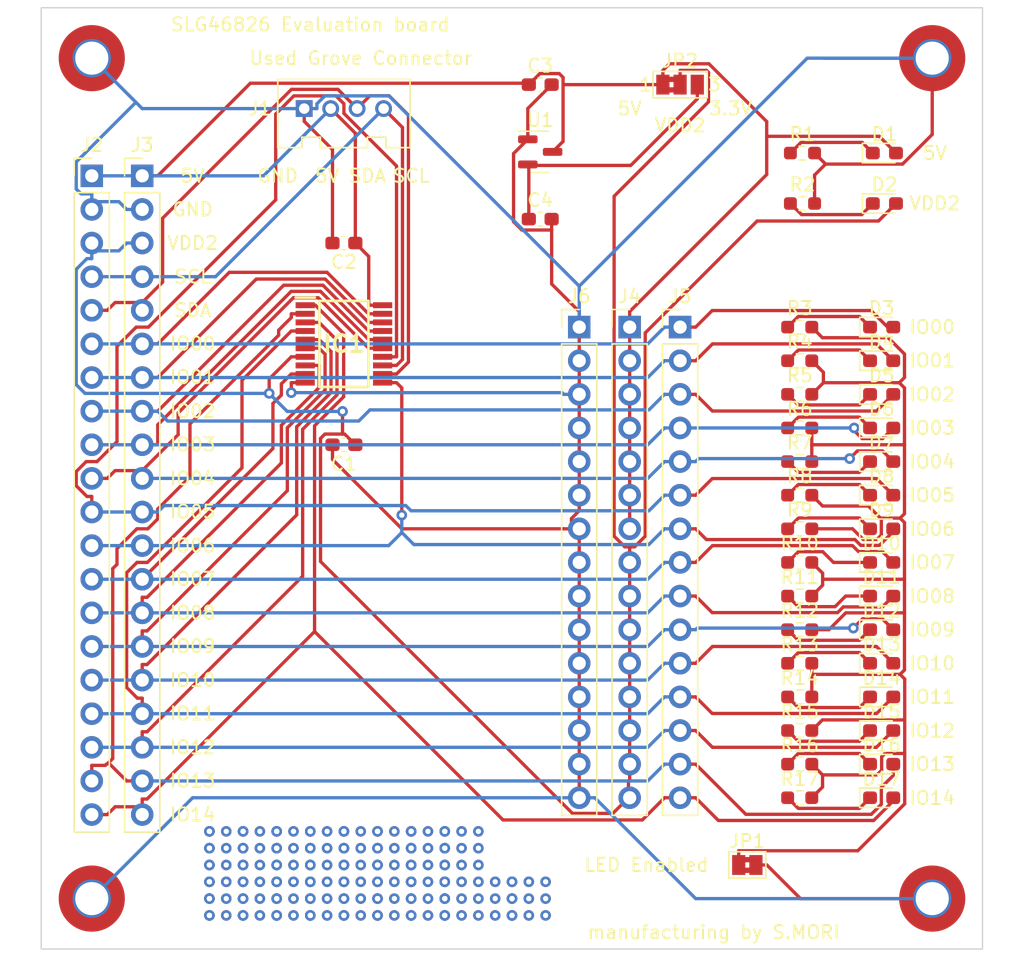
<source format=kicad_pcb>
(kicad_pcb (version 20211014) (generator pcbnew)
  (layers (0 "F.Cu" signal) (31 "B.Cu" signal) (34 "B.Paste" user) (35 "F.Paste" user) (36 "B.SilkS" user "B.Silkscreen") (37 "F.SilkS" user "F.Silkscreen") (38 "B.Mask" user) (39 "F.Mask" user) (44 "Edge.Cuts" user))
  (net 0 "")
  (net 1 "VDD2")
  (net 2 "GND")
  (net 3 "VCC")
  (net 4 "3V3")
  (net 5 "Net-(D1-Pad1)")
  (net 6 "Net-(D2-Pad1)")
  (net 7 "Net-(D3-Pad1)")
  (net 8 "IO0")
  (net 9 "Net-(D4-Pad1)")
  (net 10 "IO1")
  (net 11 "Net-(D5-Pad1)")
  (net 12 "IO2")
  (net 13 "Net-(D6-Pad1)")
  (net 14 "IO3")
  (net 15 "Net-(D7-Pad1)")
  (net 16 "IO4")
  (net 17 "Net-(D8-Pad1)")
  (net 18 "IO5")
  (net 19 "Net-(D9-Pad1)")
  (net 20 "IO6")
  (net 21 "Net-(D10-Pad1)")
  (net 22 "IO7")
  (net 23 "Net-(D11-Pad1)")
  (net 24 "IO8")
  (net 25 "Net-(D12-Pad1)")
  (net 26 "IO9")
  (net 27 "Net-(D13-Pad1)")
  (net 28 "IO10")
  (net 29 "Net-(D14-Pad1)")
  (net 30 "IO11")
  (net 31 "Net-(D15-Pad1)")
  (net 32 "IO12")
  (net 33 "Net-(D16-Pad1)")
  (net 34 "IO13")
  (net 35 "Net-(D17-Pad1)")
  (net 36 "IO14")
  (net 37 "SCL")
  (net 38 "SDA")
  (net 39 "Net-(JP1-Pad1)")
  (footprint "Resistor_SMD:R_0603_1608Metric_Pad0.98x0.95mm_HandSolder" (layer "F.Cu") (at 108.0983 71.12)
    (fp_text reference "R12")
    (fp_text value "2k")
  )
  (footprint "LED_SMD:LED_0603_1608Metric_Pad1.05x0.95mm_HandSolder" (layer "F.Cu") (at 114.2883 78.74)
    (fp_text reference "D15")
    (fp_text value "LED")
  )
  (footprint "Connector_PinHeader_2.54mm:PinHeader_1x20_P2.54mm_Vertical" (layer "F.Cu") (at 58.42 36.83)
    (property "Reference" "J3")
    (property "Value" "Conn_01x20_Male")
    (fp_text reference "J3")
    (fp_text value "Conn_01x20_Male")
  )
  (footprint "Resistor_SMD:R_0603_1608Metric_Pad0.98x0.95mm_HandSolder" (layer "F.Cu") (at 108.0983 63.5)
    (fp_text reference "R9")
    (fp_text value "2k")
  )
  (footprint "Resistor_SMD:R_0603_1608Metric_Pad0.98x0.95mm_HandSolder" (layer "F.Cu") (at 108.0983 50.8)
    (fp_text reference "R4")
    (fp_text value "2k")
  )
  (footprint "LED_SMD:LED_0603_1608Metric_Pad1.05x0.95mm_HandSolder" (layer "F.Cu") (at 114.2883 83.82)
    (fp_text reference "D17")
    (fp_text value "LED")
  )
  (footprint "LED_SMD:LED_0603_1608Metric_Pad1.05x0.95mm_HandSolder" (layer "F.Cu") (at 114.2883 66.04)
    (fp_text reference "D10")
    (fp_text value "LED")
  )
  (footprint "Package_TO_SOT_SMD:SOT-23" (layer "F.Cu") (at 88.4925 35.02)
    (fp_text reference "U1")
    (fp_text value "MCP1703A-3302_SOT23")
  )
  (footprint "LED_SMD:LED_0603_1608Metric_Pad1.05x0.95mm_HandSolder" (layer "F.Cu") (at 114.2883 48.26)
    (fp_text reference "D3")
    (fp_text value "LED")
  )
  (footprint "LED_SMD:LED_0603_1608Metric_Pad1.05x0.95mm_HandSolder" (layer "F.Cu") (at 114.2883 55.88)
    (fp_text reference "D6")
    (fp_text value "LED")
  )
  (footprint "LED_SMD:LED_0603_1608Metric_Pad1.05x0.95mm_HandSolder" (layer "F.Cu") (at 114.4975 38.92)
    (fp_text reference "D2")
    (fp_text value "LED")
  )
  (footprint "Resistor_SMD:R_0603_1608Metric_Pad0.98x0.95mm_HandSolder" (layer "F.Cu") (at 108.0983 78.74)
    (fp_text reference "R15")
    (fp_text value "2k")
  )
  (footprint "OPL_Connector:HW4-2.0" (layer "F.Cu") (at 73.66 31.75)
    (fp_text reference "J1")
    (fp_text value "GROVE-CONNECTOR-DIP_4P-2.0_")
  )
  (footprint "Resistor_SMD:R_0603_1608Metric_Pad0.98x0.95mm_HandSolder" (layer "F.Cu") (at 108.0983 48.26)
    (fp_text reference "R3")
    (fp_text value "2k")
  )
  (footprint "LED_SMD:LED_0603_1608Metric_Pad1.05x0.95mm_HandSolder" (layer "F.Cu") (at 114.2883 63.5)
    (fp_text reference "D9")
    (fp_text value "LED")
  )
  (footprint "Jumper:SolderJumper-2_P1.3mm_Bridged2Bar_Pad1.0x1.5mm" (layer "F.Cu") (at 104.14 88.9)
    (fp_text reference "JP1")
    (fp_text value "Jumper_2_Open")
  )
  (footprint "LED_SMD:LED_0603_1608Metric_Pad1.05x0.95mm_HandSolder" (layer "F.Cu") (at 114.2883 53.34)
    (fp_text reference "D5")
    (fp_text value "LED")
  )
  (footprint "LED_SMD:LED_0603_1608Metric_Pad1.05x0.95mm_HandSolder" (layer "F.Cu") (at 114.2883 50.8)
    (fp_text reference "D4")
    (fp_text value "LED")
  )
  (footprint "MountingHole:MountingHole_2.5mm_Pad_TopOnly" (layer "F.Cu") (at 118.11 27.94)
    (fp_text reference "H4" hide)
    (fp_text value "MountingHole_Pad")
  )
  (footprint "Connector_PinHeader_2.54mm:PinHeader_1x20_P2.54mm_Vertical" (layer "F.Cu") (at 54.61 36.83)
    (fp_text reference "J2")
    (fp_text value "Conn_01x20_Male")
  )
  (footprint "MountingHole:MountingHole_2.5mm_Pad_TopOnly" (layer "F.Cu") (at 118.11 91.44)
    (fp_text reference "H2" hide)
    (fp_text value "MountingHole_Pad")
  )
  (footprint "Resistor_SMD:R_0603_1608Metric_Pad0.98x0.95mm_HandSolder" (layer "F.Cu") (at 108.0983 58.42)
    (fp_text reference "R7")
    (fp_text value "2k")
  )
  (footprint "SLG46826G:SOP65P640X120-20N" (layer "F.Cu") (at 73.66 49.53)
    (fp_text reference "IC1")
    (fp_text value "SLG46826G" hide)
  )
  (footprint "LED_SMD:LED_0603_1608Metric_Pad1.05x0.95mm_HandSolder" (layer "F.Cu") (at 114.2883 73.66)
    (fp_text reference "D13")
    (fp_text value "LED")
  )
  (footprint "Resistor_SMD:R_0603_1608Metric_Pad0.98x0.95mm_HandSolder" (layer "F.Cu") (at 108.0983 53.34)
    (fp_text reference "R5")
    (fp_text value "2k")
  )
  (footprint "Capacitor_SMD:C_0603_1608Metric_Pad1.08x0.95mm_HandSolder" (layer "F.Cu") (at 88.4925 40.1)
    (fp_text reference "C4")
    (fp_text value "0.1u")
  )
  (footprint "Resistor_SMD:R_0603_1608Metric_Pad0.98x0.95mm_HandSolder" (layer "F.Cu") (at 108.0983 60.96)
    (fp_text reference "R8")
    (fp_text value "2k")
  )
  (footprint "LED_SMD:LED_0603_1608Metric_Pad1.05x0.95mm_HandSolder" (layer "F.Cu") (at 114.2883 81.28)
    (fp_text reference "D16")
    (fp_text value "LED")
  )
  (footprint "Resistor_SMD:R_0603_1608Metric_Pad0.98x0.95mm_HandSolder" (layer "F.Cu") (at 108.0983 55.88)
    (fp_text reference "R6")
    (fp_text value "2k")
  )
  (footprint "Resistor_SMD:R_0603_1608Metric_Pad0.98x0.95mm_HandSolder" (layer "F.Cu") (at 108.0983 68.58)
    (fp_text reference "R11")
    (fp_text value "2k")
  )
  (footprint "Connector_PinHeader_2.54mm:PinHeader_1x15_P2.54mm_Vertical" (layer "F.Cu") (at 99.06 48.26)
    (fp_text reference "J5")
    (fp_text value "Conn_01x15_Male")
  )
  (footprint "LED_SMD:LED_0603_1608Metric_Pad1.05x0.95mm_HandSolder" (layer "F.Cu") (at 114.2883 76.2)
    (fp_text reference "D14")
    (fp_text value "LED")
  )
  (footprint "LED_SMD:LED_0603_1608Metric_Pad1.05x0.95mm_HandSolder" (layer "F.Cu") (at 114.2883 60.96)
    (fp_text reference "D8")
    (fp_text value "LED")
  )
  (footprint "Capacitor_SMD:C_0603_1608Metric_Pad1.08x0.95mm_HandSolder" (layer "F.Cu") (at 88.4925 29.94)
    (fp_text reference "C3")
    (fp_text value "0.1u")
  )
  (footprint "Connector_PinHeader_2.54mm:PinHeader_1x15_P2.54mm_Vertical" (layer "F.Cu") (at 95.25 48.26)
    (fp_text reference "J4")
    (fp_text value "Conn_01x15_Male")
  )
  (footprint "Resistor_SMD:R_0603_1608Metric_Pad0.98x0.95mm_HandSolder" (layer "F.Cu") (at 108.3075 35.11)
    (fp_text reference "R1")
    (fp_text value "2k")
  )
  (footprint "LED_SMD:LED_0603_1608Metric_Pad1.05x0.95mm_HandSolder" (layer "F.Cu") (at 114.2883 68.58)
    (fp_text reference "D11")
    (fp_text value "LED")
  )
  (footprint "LED_SMD:LED_0603_1608Metric_Pad1.05x0.95mm_HandSolder" (layer "F.Cu") (at 114.4975 35.11)
    (fp_text reference "D1")
    (fp_text value "LED")
  )
  (footprint "Resistor_SMD:R_0603_1608Metric_Pad0.98x0.95mm_HandSolder" (layer "F.Cu") (at 108.0983 81.28)
    (fp_text reference "R16")
    (fp_text value "2k")
  )
  (footprint "MountingHole:MountingHole_2.5mm_Pad_TopOnly" (layer "F.Cu") (at 54.61 91.44)
    (fp_text reference "H3" hide)
    (fp_text value "MountingHole_Pad")
  )
  (footprint "Connector_PinHeader_2.54mm:PinHeader_1x15_P2.54mm_Vertical" (layer "F.Cu") (at 91.44 48.26)
    (fp_text reference "J6")
    (fp_text value "Conn_01x15_Male")
  )
  (footprint "Resistor_SMD:R_0603_1608Metric_Pad0.98x0.95mm_HandSolder" (layer "F.Cu") (at 108.3075 38.92)
    (fp_text reference "R2")
    (fp_text value "2k")
  )
  (footprint "Resistor_SMD:R_0603_1608Metric_Pad0.98x0.95mm_HandSolder" (layer "F.Cu") (at 108.0983 76.2)
    (fp_text reference "R14")
    (fp_text value "2k")
  )
  (footprint "Capacitor_SMD:C_0603_1608Metric_Pad1.08x0.95mm_HandSolder" (layer "F.Cu") (at 73.66 41.91 180)
    (fp_text reference "C2")
    (fp_text value "0.1u")
  )
  (footprint "MountingHole:MountingHole_2.5mm_Pad_TopOnly" (layer "F.Cu") (at 54.61 27.94)
    (fp_text reference "H1" hide)
    (fp_text value "MountingHole_Pad")
  )
  (footprint "LED_SMD:LED_0603_1608Metric_Pad1.05x0.95mm_HandSolder" (layer "F.Cu") (at 114.2883 71.12)
    (fp_text reference "D12")
    (fp_text value "LED")
  )
  (footprint "LED_SMD:LED_0603_1608Metric_Pad1.05x0.95mm_HandSolder" (layer "F.Cu") (at 114.2883 58.42)
    (fp_text reference "D7")
    (fp_text value "LED")
  )
  (footprint "Resistor_SMD:R_0603_1608Metric_Pad0.98x0.95mm_HandSolder" (layer "F.Cu") (at 108.0983 83.82)
    (fp_text reference "R17")
    (fp_text value "2k")
  )
  (footprint "Resistor_SMD:R_0603_1608Metric_Pad0.98x0.95mm_HandSolder" (layer "F.Cu") (at 108.0983 66.04)
    (fp_text reference "R10")
    (fp_text value "2k")
  )
  (footprint "Capacitor_SMD:C_0603_1608Metric_Pad1.08x0.95mm_HandSolder" (layer "F.Cu") (at 73.66 57.15 180)
    (fp_text reference "C1")
    (fp_text value "0.1u")
  )
  (footprint "Jumper:SolderJumper-3_P1.3mm_Bridged2Bar12_Pad1.0x1.5mm_NumberLabels" (layer "F.Cu") (at 99.06 29.94)
    (property "Reference" "JP2")
    (property "Value" "Jumper_3_Bridged12")
    (fp_text reference "JP2")
    (fp_text value "Jumper_3_Bridged12")
  )
  (footprint "Resistor_SMD:R_0603_1608Metric_Pad0.98x0.95mm_HandSolder" (layer "F.Cu") (at 108.0983 73.66)
    (fp_text reference "R13")
    (fp_text value "2k")
  )
  (gr_rect (start 50.788328 24.13) (end 121.908328 95.25) (layer "Edge.Cuts") (width 0.1) (fill none))
  (gr_text "3.3V" (at 102.87 31.75) (layer "F.SilkS") (effects (font (size 1 1))))
  (gr_text "IO06" (at 62.23 64.77) (layer "F.SilkS") (effects (font (size 1 1))))
  (gr_text "IO08" (at 118.11 68.595631) (layer "F.SilkS") (effects (font (size 1 1))))
  (gr_text "IO02" (at 118.11 53.355631) (layer "F.SilkS") (effects (font (size 1 1))))
  (gr_text "IO09" (at 118.11 71.12) (layer "F.SilkS") (effects (font (size 1 1))))
  (gr_text "IO03" (at 118.11 55.88) (layer "F.SilkS") (effects (font (size 1 1))))
  (gr_text "IO04" (at 62.23 59.69) (layer "F.SilkS") (effects (font (size 1 1))))
  (gr_text "SDA" (at 75.435 36.83) (layer "F.SilkS") (effects (font (size 1 1))))
  (gr_text "5V" (at 95.25 31.75) (layer "F.SilkS") (effects (font (size 1 1))))
  (gr_text "IO07" (at 62.23 67.294369) (layer "F.SilkS") (effects (font (size 1 1))))
  (gr_text "IO06" (at 118.11 63.515631) (layer "F.SilkS") (effects (font (size 1 1))))
  (gr_text "SLG46826 Evaluation board" (at 71.12 25.4) (layer "F.SilkS") (effects (font (size 1 1))))
  (gr_text "Used Grove Connector" (at 74.93 27.94) (layer "F.SilkS") (effects (font (size 1 1))))
  (gr_text "IO10" (at 62.23 74.93) (layer "F.SilkS") (effects (font (size 1 1))))
  (gr_text "manufacturing by S.MORI" (at 101.6 93.98) (layer "F.SilkS") (effects (font (size 1 1))))
  (gr_text "LED Enabled" (at 96.52 88.9) (layer "F.SilkS") (effects (font (size 1 1))))
  (gr_text "IO14" (at 118.11 83.835631) (layer "F.SilkS") (effects (font (size 1 1))))
  (gr_text "5V" (at 72.39 36.83) (layer "F.SilkS") (effects (font (size 1 1))))
  (gr_text "5V" (at 118.3075 35.11) (layer "F.SilkS") (effects (font (size 1 1))))
  (gr_text "IO05" (at 118.11 60.96) (layer "F.SilkS") (effects (font (size 1 1))))
  (gr_text "VDD2" (at 62.23 41.91) (layer "F.SilkS") (effects (font (size 1 1))))
  (gr_text "SCL" (at 78.74 36.83) (layer "F.SilkS") (effects (font (size 1 1))))
  (gr_text "IO00" (at 62.23 49.514369) (layer "F.SilkS") (effects (font (size 1 1))))
  (gr_text "VDD2" (at 118.3075 38.92) (layer "F.SilkS") (effects (font (size 1 1))))
  (gr_text "IO01" (at 118.11 50.784369) (layer "F.SilkS") (effects (font (size 1 1))))
  (gr_text "IO14" (at 62.23 85.09) (layer "F.SilkS") (effects (font (size 1 1))))
  (gr_text "IO13" (at 118.11 81.28) (layer "F.SilkS") (effects (font (size 1 1))))
  (gr_text "IO05" (at 62.23 62.214369) (layer "F.SilkS") (effects (font (size 1 1))))
  (gr_text "SDA" (at 62.23 46.99) (layer "F.SilkS") (effects (font (size 1 1))))
  (gr_text "IO10" (at 118.11 73.675631) (layer "F.SilkS") (effects (font (size 1 1))))
  (gr_text "SCL" (at 62.23 44.45) (layer "F.SilkS") (effects (font (size 1 1))))
  (gr_text "IO02" (at 62.23 54.61) (layer "F.SilkS") (effects (font (size 1 1))))
  (gr_text "IO03" (at 62.23 57.134369) (layer "F.SilkS") (effects (font (size 1 1))))
  (gr_text "GND" (at 62.23 39.37) (layer "F.SilkS") (effects (font (size 1 1))))
  (gr_text "IO13" (at 62.23 82.534369) (layer "F.SilkS") (effects (font (size 1 1))))
  (gr_text "IO11" (at 62.23 77.454369) (layer "F.SilkS") (effects (font (size 1 1))))
  (gr_text "GND" (at 68.65914 36.83) (layer "F.SilkS") (effects (font (size 1 1))))
  (gr_text "5V" (at 62.23 36.83) (layer "F.SilkS") (effects (font (size 1 1))))
  (gr_text "IO09" (at 62.23 72.374369) (layer "F.SilkS") (effects (font (size 1 1))))
  (gr_text "IO04" (at 118.11 58.435631) (layer "F.SilkS") (effects (font (size 1 1))))
  (gr_text "VDD2" (at 99.06 33.02) (layer "F.SilkS") (effects (font (size 1 1))))
  (gr_text "IO08" (at 62.23 69.85) (layer "F.SilkS") (effects (font (size 1 1))))
  (gr_text "IO12" (at 118.11 78.755631) (layer "F.SilkS") (effects (font (size 1 1))))
  (gr_text "IO12" (at 62.23 80.01) (layer "F.SilkS") (effects (font (size 1 1))))
  (gr_text "IO01" (at 62.23 52.038738) (layer "F.SilkS") (effects (font (size 1 1))))
  (gr_text "IO00" (at 118.11 48.26) (layer "F.SilkS") (effects (font (size 1 1))))
  (gr_text "IO11" (at 118.11 76.2) (layer "F.SilkS") (effects (font (size 1 1))))
  (gr_text "IO07" (at 118.11 66.04) (layer "F.SilkS") (effects (font (size 1 1))))
  (via (at 76.2 87.63) (size 0.8) (drill 0.4) (layers "F.Cu" "B.Cu") (net 0))
  (via (at 66.04 87.63) (size 0.8) (drill 0.4) (layers "F.Cu" "B.Cu") (net 0))
  (via (at 81.28 90.17) (size 0.8) (drill 0.4) (layers "F.Cu" "B.Cu") (net 0))
  (via (at 71.12 91.44) (size 0.8) (drill 0.4) (layers "F.Cu" "B.Cu") (net 0))
  (via (at 73.66 91.44) (size 0.8) (drill 0.4) (layers "F.Cu" "B.Cu") (net 0))
  (via (at 68.58 91.44) (size 0.8) (drill 0.4) (layers "F.Cu" "B.Cu") (net 0))
  (via (at 78.74 91.44) (size 0.8) (drill 0.4) (layers "F.Cu" "B.Cu") (net 0))
  (via (at 76.2 87.63) (size 0.8) (drill 0.4) (layers "F.Cu" "B.Cu") (net 0))
  (via (at 73.66 90.17) (size 0.8) (drill 0.4) (layers "F.Cu" "B.Cu") (net 0))
  (via (at 68.58 90.17) (size 0.8) (drill 0.4) (layers "F.Cu" "B.Cu") (net 0))
  (via (at 68.58 88.9) (size 0.8) (drill 0.4) (layers "F.Cu" "B.Cu") (net 0))
  (via (at 77.47 88.9) (size 0.8) (drill 0.4) (layers "F.Cu" "B.Cu") (net 0))
  (via (at 72.39 88.9) (size 0.8) (drill 0.4) (layers "F.Cu" "B.Cu") (net 0))
  (via (at 81.28 88.9) (size 0.8) (drill 0.4) (layers "F.Cu" "B.Cu") (net 0))
  (via (at 63.5 91.44) (size 0.8) (drill 0.4) (layers "F.Cu" "B.Cu") (net 0))
  (via (at 63.5 91.44) (size 0.8) (drill 0.4) (layers "F.Cu" "B.Cu") (net 0))
  (via (at 63.5 88.9) (size 0.8) (drill 0.4) (layers "F.Cu" "B.Cu") (net 0))
  (via (at 81.28 88.9) (size 0.8) (drill 0.4) (layers "F.Cu" "B.Cu") (net 0))
  (via (at 64.77 87.63) (size 0.8) (drill 0.4) (layers "F.Cu" "B.Cu") (net 0))
  (via (at 83.82 88.9) (size 0.8) (drill 0.4) (layers "F.Cu" "B.Cu") (net 0))
  (via (at 85.09 91.44) (size 0.8) (drill 0.4) (layers "F.Cu" "B.Cu") (net 0))
  (via (at 66.04 87.63) (size 0.8) (drill 0.4) (layers "F.Cu" "B.Cu") (net 0))
  (via (at 71.12 86.36) (size 0.8) (drill 0.4) (layers "F.Cu" "B.Cu") (net 0))
  (via (at 71.12 92.71) (size 0.8) (drill 0.4) (layers "F.Cu" "B.Cu") (net 0))
  (via (at 83.82 86.36) (size 0.8) (drill 0.4) (layers "F.Cu" "B.Cu") (net 0))
  (via (at 76.2 88.9) (size 0.8) (drill 0.4) (layers "F.Cu" "B.Cu") (net 0))
  (via (at 74.93 88.9) (size 0.8) (drill 0.4) (layers "F.Cu" "B.Cu") (net 0))
  (via (at 66.04 86.36) (size 0.8) (drill 0.4) (layers "F.Cu" "B.Cu") (net 0))
  (via (at 66.04 92.71) (size 0.8) (drill 0.4) (layers "F.Cu" "B.Cu") (net 0))
  (via (at 73.66 88.9) (size 0.8) (drill 0.4) (layers "F.Cu" "B.Cu") (net 0))
  (via (at 73.66 92.71) (size 0.8) (drill 0.4) (layers "F.Cu" "B.Cu") (net 0))
  (via (at 71.12 90.17) (size 0.8) (drill 0.4) (layers "F.Cu" "B.Cu") (net 0))
  (via (at 71.12 88.9) (size 0.8) (drill 0.4) (layers "F.Cu" "B.Cu") (net 0))
  (via (at 88.9 91.44) (size 0.8) (drill 0.4) (layers "F.Cu" "B.Cu") (net 0))
  (via (at 80.01 86.36) (size 0.8) (drill 0.4) (layers "F.Cu" "B.Cu") (net 0))
  (via (at 78.74 87.63) (size 0.8) (drill 0.4) (layers "F.Cu" "B.Cu") (net 0))
  (via (at 76.2 92.71) (size 0.8) (drill 0.4) (layers "F.Cu" "B.Cu") (net 0))
  (via (at 78.74 86.36) (size 0.8) (drill 0.4) (layers "F.Cu" "B.Cu") (net 0))
  (via (at 71.12 90.17) (size 0.8) (drill 0.4) (layers "F.Cu" "B.Cu") (net 0))
  (via (at 73.66 87.63) (size 0.8) (drill 0.4) (layers "F.Cu" "B.Cu") (net 0))
  (via (at 78.74 91.44) (size 0.8) (drill 0.4) (layers "F.Cu" "B.Cu") (net 0))
  (via (at 88.9 92.71) (size 0.8) (drill 0.4) (layers "F.Cu" "B.Cu") (net 0))
  (via (at 81.28 91.44) (size 0.8) (drill 0.4) (layers "F.Cu" "B.Cu") (net 0))
  (via (at 77.47 86.36) (size 0.8) (drill 0.4) (layers "F.Cu" "B.Cu") (net 0))
  (via (at 68.58 92.71) (size 0.8) (drill 0.4) (layers "F.Cu" "B.Cu") (net 0))
  (via (at 86.36 90.17) (size 0.8) (drill 0.4) (layers "F.Cu" "B.Cu") (net 0))
  (via (at 86.36 92.71) (size 0.8) (drill 0.4) (layers "F.Cu" "B.Cu") (net 0))
  (via (at 66.04 90.17) (size 0.8) (drill 0.4) (layers "F.Cu" "B.Cu") (net 0))
  (via (at 85.09 92.71) (size 0.8) (drill 0.4) (layers "F.Cu" "B.Cu") (net 0))
  (via (at 76.2 88.9) (size 0.8) (drill 0.4) (layers "F.Cu" "B.Cu") (net 0))
  (via (at 81.28 87.63) (size 0.8) (drill 0.4) (layers "F.Cu" "B.Cu") (net 0))
  (via (at 82.55 90.17) (size 0.8) (drill 0.4) (layers "F.Cu" "B.Cu") (net 0))
  (via (at 66.04 92.71) (size 0.8) (drill 0.4) (layers "F.Cu" "B.Cu") (net 0))
  (via (at 82.55 88.9) (size 0.8) (drill 0.4) (layers "F.Cu" "B.Cu") (net 0))
  (via (at 63.5 92.71) (size 0.8) (drill 0.4) (layers "F.Cu" "B.Cu") (net 0))
  (via (at 67.31 90.17) (size 0.8) (drill 0.4) (layers "F.Cu" "B.Cu") (net 0))
  (via (at 73.66 86.36) (size 0.8) (drill 0.4) (layers "F.Cu" "B.Cu") (net 0))
  (via (at 67.31 86.36) (size 0.8) (drill 0.4) (layers "F.Cu" "B.Cu") (net 0))
  (via (at 68.58 92.71) (size 0.8) (drill 0.4) (layers "F.Cu" "B.Cu") (net 0))
  (via (at 81.28 87.63) (size 0.8) (drill 0.4) (layers "F.Cu" "B.Cu") (net 0))
  (via (at 69.85 92.71) (size 0.8) (drill 0.4) (layers "F.Cu" "B.Cu") (net 0))
  (via (at 64.77 90.17) (size 0.8) (drill 0.4) (layers "F.Cu" "B.Cu") (net 0))
  (via (at 67.31 88.9) (size 0.8) (drill 0.4) (layers "F.Cu" "B.Cu") (net 0))
  (via (at 63.5 86.36) (size 0.8) (drill 0.4) (layers "F.Cu" "B.Cu") (net 0))
  (via (at 74.93 91.44) (size 0.8) (drill 0.4) (layers "F.Cu" "B.Cu") (net 0))
  (via (at 63.5 90.17) (size 0.8) (drill 0.4) (layers "F.Cu" "B.Cu") (net 0))
  (via (at 66.04 86.36) (size 0.8) (drill 0.4) (layers "F.Cu" "B.Cu") (net 0))
  (via (at 77.47 87.63) (size 0.8) (drill 0.4) (layers "F.Cu" "B.Cu") (net 0))
  (via (at 71.12 91.44) (size 0.8) (drill 0.4) (layers "F.Cu" "B.Cu") (net 0))
  (via (at 78.74 92.71) (size 0.8) (drill 0.4) (layers "F.Cu" "B.Cu") (net 0))
  (via (at 71.12 91.44) (size 0.8) (drill 0.4) (layers "F.Cu" "B.Cu") (net 0))
  (via (at 63.5 86.36) (size 0.8) (drill 0.4) (layers "F.Cu" "B.Cu") (net 0))
  (via (at 73.66 91.44) (size 0.8) (drill 0.4) (layers "F.Cu" "B.Cu") (net 0))
  (via (at 63.5 87.63) (size 0.8) (drill 0.4) (layers "F.Cu" "B.Cu") (net 0))
  (via (at 71.12 88.9) (size 0.8) (drill 0.4) (layers "F.Cu" "B.Cu") (net 0))
  (via (at 74.93 86.36) (size 0.8) (drill 0.4) (layers "F.Cu" "B.Cu") (net 0))
  (via (at 76.2 91.44) (size 0.8) (drill 0.4) (layers "F.Cu" "B.Cu") (net 0))
  (via (at 63.5 90.17) (size 0.8) (drill 0.4) (layers "F.Cu" "B.Cu") (net 0))
  (via (at 76.2 92.71) (size 0.8) (drill 0.4) (layers "F.Cu" "B.Cu") (net 0))
  (via (at 82.55 91.44) (size 0.8) (drill 0.4) (layers "F.Cu" "B.Cu") (net 0))
  (via (at 83.82 92.71) (size 0.8) (drill 0.4) (layers "F.Cu" "B.Cu") (net 0))
  (via (at 64.77 92.71) (size 0.8) (drill 0.4) (layers "F.Cu" "B.Cu") (net 0))
  (via (at 86.36 90.17) (size 0.8) (drill 0.4) (layers "F.Cu" "B.Cu") (net 0))
  (via (at 76.2 86.36) (size 0.8) (drill 0.4) (layers "F.Cu" "B.Cu") (net 0))
  (via (at 68.58 86.36) (size 0.8) (drill 0.4) (layers "F.Cu" "B.Cu") (net 0))
  (via (at 71.12 87.63) (size 0.8) (drill 0.4) (layers "F.Cu" "B.Cu") (net 0))
  (via (at 68.58 90.17) (size 0.8) (drill 0.4) (layers "F.Cu" "B.Cu") (net 0))
  (via (at 73.66 88.9) (size 0.8) (drill 0.4) (layers "F.Cu" "B.Cu") (net 0))
  (via (at 81.28 92.71) (size 0.8) (drill 0.4) (layers "F.Cu" "B.Cu") (net 0))
  (via (at 86.36 90.17) (size 0.8) (drill 0.4) (layers "F.Cu" "B.Cu") (net 0))
  (via (at 72.39 92.71) (size 0.8) (drill 0.4) (layers "F.Cu" "B.Cu") (net 0))
  (via (at 68.58 90.17) (size 0.8) (drill 0.4) (layers "F.Cu" "B.Cu") (net 0))
  (via (at 78.74 88.9) (size 0.8) (drill 0.4) (layers "F.Cu" "B.Cu") (net 0))
  (via (at 66.04 90.17) (size 0.8) (drill 0.4) (layers "F.Cu" "B.Cu") (net 0))
  (via (at 82.55 92.71) (size 0.8) (drill 0.4) (layers "F.Cu" "B.Cu") (net 0))
  (via (at 71.12 90.17) (size 0.8) (drill 0.4) (layers "F.Cu" "B.Cu") (net 0))
  (via (at 83.82 87.63) (size 0.8) (drill 0.4) (layers "F.Cu" "B.Cu") (net 0))
  (via (at 87.63 90.17) (size 0.8) (drill 0.4) (layers "F.Cu" "B.Cu") (net 0))
  (via (at 87.63 92.71) (size 0.8) (drill 0.4) (layers "F.Cu" "B.Cu") (net 0))
  (via (at 73.66 92.71) (size 0.8) (drill 0.4) (layers "F.Cu" "B.Cu") (net 0))
  (via (at 71.12 88.9) (size 0.8) (drill 0.4) (layers "F.Cu" "B.Cu") (net 0))
  (via (at 72.39 90.17) (size 0.8) (drill 0.4) (layers "F.Cu" "B.Cu") (net 0))
  (via (at 74.93 92.71) (size 0.8) (drill 0.4) (layers "F.Cu" "B.Cu") (net 0))
  (via (at 86.36 91.44) (size 0.8) (drill 0.4) (layers "F.Cu" "B.Cu") (net 0))
  (via (at 74.93 90.17) (size 0.8) (drill 0.4) (layers "F.Cu" "B.Cu") (net 0))
  (via (at 73.66 92.71) (size 0.8) (drill 0.4) (layers "F.Cu" "B.Cu") (net 0))
  (via (at 78.74 92.71) (size 0.8) (drill 0.4) (layers "F.Cu" "B.Cu") (net 0))
  (via (at 81.28 92.71) (size 0.8) (drill 0.4) (layers "F.Cu" "B.Cu") (net 0))
  (via (at 64.77 88.9) (size 0.8) (drill 0.4) (layers "F.Cu" "B.Cu") (net 0))
  (via (at 73.66 90.17) (size 0.8) (drill 0.4) (layers "F.Cu" "B.Cu") (net 0))
  (via (at 78.74 87.63) (size 0.8) (drill 0.4) (layers "F.Cu" "B.Cu") (net 0))
  (via (at 78.74 87.63) (size 0.8) (drill 0.4) (layers "F.Cu" "B.Cu") (net 0))
  (via (at 78.74 92.71) (size 0.8) (drill 0.4) (layers "F.Cu" "B.Cu") (net 0))
  (via (at 81.28 90.17) (size 0.8) (drill 0.4) (layers "F.Cu" "B.Cu") (net 0))
  (via (at 73.66 88.9) (size 0.8) (drill 0.4) (layers "F.Cu" "B.Cu") (net 0))
  (via (at 86.36 91.44) (size 0.8) (drill 0.4) (layers "F.Cu" "B.Cu") (net 0))
  (via (at 81.28 90.17) (size 0.8) (drill 0.4) (layers "F.Cu" "B.Cu") (net 0))
  (via (at 73.66 90.17) (size 0.8) (drill 0.4) (layers "F.Cu" "B.Cu") (net 0))
  (via (at 71.12 92.71) (size 0.8) (drill 0.4) (layers "F.Cu" "B.Cu") (net 0))
  (via (at 76.2 90.17) (size 0.8) (drill 0.4) (layers "F.Cu" "B.Cu") (net 0))
  (via (at 63.5 87.63) (size 0.8) (drill 0.4) (layers "F.Cu" "B.Cu") (net 0))
  (via (at 66.04 91.44) (size 0.8) (drill 0.4) (layers "F.Cu" "B.Cu") (net 0))
  (via (at 67.31 92.71) (size 0.8) (drill 0.4) (layers "F.Cu" "B.Cu") (net 0))
  (via (at 81.28 86.36) (size 0.8) (drill 0.4) (layers "F.Cu" "B.Cu") (net 0))
  (via (at 69.85 86.36) (size 0.8) (drill 0.4) (layers "F.Cu" "B.Cu") (net 0))
  (via (at 81.28 86.36) (size 0.8) (drill 0.4) (layers "F.Cu" "B.Cu") (net 0))
  (via (at 71.12 86.36) (size 0.8) (drill 0.4) (layers "F.Cu" "B.Cu") (net 0))
  (via (at 66.04 88.9) (size 0.8) (drill 0.4) (layers "F.Cu" "B.Cu") (net 0))
  (via (at 83.82 90.17) (size 0.8) (drill 0.4) (layers "F.Cu" "B.Cu") (net 0))
  (via (at 77.47 90.17) (size 0.8) (drill 0.4) (layers "F.Cu" "B.Cu") (net 0))
  (via (at 76.2 86.36) (size 0.8) (drill 0.4) (layers "F.Cu" "B.Cu") (net 0))
  (via (at 67.31 87.63) (size 0.8) (drill 0.4) (layers "F.Cu" "B.Cu") (net 0))
  (via (at 80.01 92.71) (size 0.8) (drill 0.4) (layers "F.Cu" "B.Cu") (net 0))
  (via (at 87.63 91.44) (size 0.8) (drill 0.4) (layers "F.Cu" "B.Cu") (net 0))
  (via (at 81.28 87.63) (size 0.8) (drill 0.4) (layers "F.Cu" "B.Cu") (net 0))
  (via (at 74.93 87.63) (size 0.8) (drill 0.4) (layers "F.Cu" "B.Cu") (net 0))
  (via (at 73.66 86.36) (size 0.8) (drill 0.4) (layers "F.Cu" "B.Cu") (net 0))
  (via (at 78.74 86.36) (size 0.8) (drill 0.4) (layers "F.Cu" "B.Cu") (net 0))
  (via (at 76.2 91.44) (size 0.8) (drill 0.4) (layers "F.Cu" "B.Cu") (net 0))
  (via (at 69.85 87.63) (size 0.8) (drill 0.4) (layers "F.Cu" "B.Cu") (net 0))
  (via (at 73.66 91.44) (size 0.8) (drill 0.4) (layers "F.Cu" "B.Cu") (net 0))
  (via (at 76.2 90.17) (size 0.8) (drill 0.4) (layers "F.Cu" "B.Cu") (net 0))
  (via (at 86.36 92.71) (size 0.8) (drill 0.4) (layers "F.Cu" "B.Cu") (net 0))
  (via (at 66.04 86.36) (size 0.8) (drill 0.4) (layers "F.Cu" "B.Cu") (net 0))
  (via (at 81.28 88.9) (size 0.8) (drill 0.4) (layers "F.Cu" "B.Cu") (net 0))
  (via (at 63.5 92.71) (size 0.8) (drill 0.4) (layers "F.Cu" "B.Cu") (net 0))
  (via (at 71.12 87.63) (size 0.8) (drill 0.4) (layers "F.Cu" "B.Cu") (net 0))
  (via (at 81.28 92.71) (size 0.8) (drill 0.4) (layers "F.Cu" "B.Cu") (net 0))
  (via (at 63.5 92.71) (size 0.8) (drill 0.4) (layers "F.Cu" "B.Cu") (net 0))
  (via (at 66.04 88.9) (size 0.8) (drill 0.4) (layers "F.Cu" "B.Cu") (net 0))
  (via (at 88.9 90.17) (size 0.8) (drill 0.4) (layers "F.Cu" "B.Cu") (net 0))
  (via (at 64.77 91.44) (size 0.8) (drill 0.4) (layers "F.Cu" "B.Cu") (net 0))
  (via (at 63.5 87.63) (size 0.8) (drill 0.4) (layers "F.Cu" "B.Cu") (net 0))
  (via (at 72.39 91.44) (size 0.8) (drill 0.4) (layers "F.Cu" "B.Cu") (net 0))
  (via (at 80.01 87.63) (size 0.8) (drill 0.4) (layers "F.Cu" "B.Cu") (net 0))
  (via (at 66.04 87.63) (size 0.8) (drill 0.4) (layers "F.Cu" "B.Cu") (net 0))
  (via (at 66.04 88.9) (size 0.8) (drill 0.4) (layers "F.Cu" "B.Cu") (net 0))
  (via (at 76.2 90.17) (size 0.8) (drill 0.4) (layers "F.Cu" "B.Cu") (net 0))
  (via (at 80.01 88.9) (size 0.8) (drill 0.4) (layers "F.Cu" "B.Cu") (net 0))
  (via (at 78.74 90.17) (size 0.8) (drill 0.4) (layers "F.Cu" "B.Cu") (net 0))
  (via (at 66.04 91.44) (size 0.8) (drill 0.4) (layers "F.Cu" "B.Cu") (net 0))
  (via (at 63.5 88.9) (size 0.8) (drill 0.4) (layers "F.Cu" "B.Cu") (net 0))
  (via (at 76.2 92.71) (size 0.8) (drill 0.4) (layers "F.Cu" "B.Cu") (net 0))
  (via (at 69.85 90.17) (size 0.8) (drill 0.4) (layers "F.Cu" "B.Cu") (net 0))
  (via (at 81.28 91.44) (size 0.8) (drill 0.4) (layers "F.Cu" "B.Cu") (net 0))
  (via (at 82.55 86.36) (size 0.8) (drill 0.4) (layers "F.Cu" "B.Cu") (net 0))
  (via (at 78.74 90.17) (size 0.8) (drill 0.4) (layers "F.Cu" "B.Cu") (net 0))
  (via (at 77.47 92.71) (size 0.8) (drill 0.4) (layers "F.Cu" "B.Cu") (net 0))
  (via (at 64.77 86.36) (size 0.8) (drill 0.4) (layers "F.Cu" "B.Cu") (net 0))
  (via (at 63.5 91.44) (size 0.8) (drill 0.4) (layers "F.Cu" "B.Cu") (net 0))
  (via (at 69.85 91.44) (size 0.8) (drill 0.4) (layers "F.Cu" "B.Cu") (net 0))
  (via (at 85.09 90.17) (size 0.8) (drill 0.4) (layers "F.Cu" "B.Cu") (net 0))
  (via (at 77.47 91.44) (size 0.8) (drill 0.4) (layers "F.Cu" "B.Cu") (net 0))
  (via (at 71.12 87.63) (size 0.8) (drill 0.4) (layers "F.Cu" "B.Cu") (net 0))
  (via (at 86.36 91.44) (size 0.8) (drill 0.4) (layers "F.Cu" "B.Cu") (net 0))
  (via (at 78.74 86.36) (size 0.8) (drill 0.4) (layers "F.Cu" "B.Cu") (net 0))
  (via (at 80.01 91.44) (size 0.8) (drill 0.4) (layers "F.Cu" "B.Cu") (net 0))
  (via (at 73.66 86.36) (size 0.8) (drill 0.4) (layers "F.Cu" "B.Cu") (net 0))
  (via (at 68.58 91.44) (size 0.8) (drill 0.4) (layers "F.Cu" "B.Cu") (net 0))
  (via (at 72.39 86.36) (size 0.8) (drill 0.4) (layers "F.Cu" "B.Cu") (net 0))
  (via (at 68.58 86.36) (size 0.8) (drill 0.4) (layers "F.Cu" "B.Cu") (net 0))
  (via (at 68.58 88.9) (size 0.8) (drill 0.4) (layers "F.Cu" "B.Cu") (net 0))
  (via (at 76.2 88.9) (size 0.8) (drill 0.4) (layers "F.Cu" "B.Cu") (net 0))
  (via (at 71.12 92.71) (size 0.8) (drill 0.4) (layers "F.Cu" "B.Cu") (net 0))
  (via (at 80.01 90.17) (size 0.8) (drill 0.4) (layers "F.Cu" "B.Cu") (net 0))
  (via (at 73.66 87.63) (size 0.8) (drill 0.4) (layers "F.Cu" "B.Cu") (net 0))
  (via (at 72.39 87.63) (size 0.8) (drill 0.4) (layers "F.Cu" "B.Cu") (net 0))
  (via (at 68.58 86.36) (size 0.8) (drill 0.4) (layers "F.Cu" "B.Cu") (net 0))
  (via (at 86.36 92.71) (size 0.8) (drill 0.4) (layers "F.Cu" "B.Cu") (net 0))
  (via (at 63.5 86.36) (size 0.8) (drill 0.4) (layers "F.Cu" "B.Cu") (net 0))
  (via (at 76.2 91.44) (size 0.8) (drill 0.4) (layers "F.Cu" "B.Cu") (net 0))
  (via (at 69.85 88.9) (size 0.8) (drill 0.4) (layers "F.Cu" "B.Cu") (net 0))
  (via (at 63.5 90.17) (size 0.8) (drill 0.4) (layers "F.Cu" "B.Cu") (net 0))
  (via (at 76.2 87.63) (size 0.8) (drill 0.4) (layers "F.Cu" "B.Cu") (net 0))
  (via (at 68.58 87.63) (size 0.8) (drill 0.4) (layers "F.Cu" "B.Cu") (net 0))
  (via (at 82.55 87.63) (size 0.8) (drill 0.4) (layers "F.Cu" "B.Cu") (net 0))
  (via (at 66.04 92.71) (size 0.8) (drill 0.4) (layers "F.Cu" "B.Cu") (net 0))
  (via (at 78.74 88.9) (size 0.8) (drill 0.4) (layers "F.Cu" "B.Cu") (net 0))
  (via (at 76.2 86.36) (size 0.8) (drill 0.4) (layers "F.Cu" "B.Cu") (net 0))
  (via (at 63.5 88.9) (size 0.8) (drill 0.4) (layers "F.Cu" "B.Cu") (net 0))
  (via (at 68.58 91.44) (size 0.8) (drill 0.4) (layers "F.Cu" "B.Cu") (net 0))
  (via (at 83.82 91.44) (size 0.8) (drill 0.4) (layers "F.Cu" "B.Cu") (net 0))
  (via (at 78.74 90.17) (size 0.8) (drill 0.4) (layers "F.Cu" "B.Cu") (net 0))
  (via (at 68.58 87.63) (size 0.8) (drill 0.4) (layers "F.Cu" "B.Cu") (net 0))
  (via (at 66.04 91.44) (size 0.8) (drill 0.4) (layers "F.Cu" "B.Cu") (net 0))
  (via (at 73.66 87.63) (size 0.8) (drill 0.4) (layers "F.Cu" "B.Cu") (net 0))
  (via (at 81.28 91.44) (size 0.8) (drill 0.4) (layers "F.Cu" "B.Cu") (net 0))
  (via (at 81.28 86.36) (size 0.8) (drill 0.4) (layers "F.Cu" "B.Cu") (net 0))
  (via (at 71.12 86.36) (size 0.8) (drill 0.4) (layers "F.Cu" "B.Cu") (net 0))
  (via (at 68.58 92.71) (size 0.8) (drill 0.4) (layers "F.Cu" "B.Cu") (net 0))
  (via (at 78.74 91.44) (size 0.8) (drill 0.4) (layers "F.Cu" "B.Cu") (net 0))
  (via (at 78.74 88.9) (size 0.8) (drill 0.4) (layers "F.Cu" "B.Cu") (net 0))
  (via (at 68.58 87.63) (size 0.8) (drill 0.4) (layers "F.Cu" "B.Cu") (net 0))
  (via (at 68.58 88.9) (size 0.8) (drill 0.4) (layers "F.Cu" "B.Cu") (net 0))
  (via (at 66.04 90.17) (size 0.8) (drill 0.4) (layers "F.Cu" "B.Cu") (net 0))
  (via (at 67.31 91.44) (size 0.8) (drill 0.4) (layers "F.Cu" "B.Cu") (net 0))
  (segment (start 71.8932 65.9688) (end 71.8932 56.6703) (width 0.25) (layer "F.Cu") (net 1))
  (segment (start 95.25 76.2) (end 95.25 73.66) (width 0.25) (layer "F.Cu") (net 1))
  (segment (start 95.25 81.28) (end 95.25 82.4553) (width 0.25) (layer "F.Cu") (net 1))
  (segment (start 101.2081 31.2397) (end 94.0747 38.3731) (width 0.25) (layer "F.Cu") (net 1))
  (segment (start 72.222 56.3415) (end 73.5552 56.3415) (width 0.25) (layer "F.Cu") (net 1))
  (segment (start 94.8826 64.8647) (end 95.25 64.8647) (width 0.25) (layer "F.Cu") (net 1))
  (segment (start 99.06 29.94) (end 99.06 28.8647) (width 0.25) (layer "F.Cu") (net 1))
  (segment (start 70.735 50.505) (end 69.6847 50.505) (width 0.25) (layer "F.Cu") (net 1))
  (segment (start 95.25 78.74) (end 95.25 76.2) (width 0.25) (layer "F.Cu") (net 1))
  (segment (start 104.878 40.2451) (end 114.0474 40.2451) (width 0.25) (layer "F.Cu") (net 1))
  (segment (start 95.25 81.28) (end 95.25 78.74) (width 0.25) (layer "F.Cu") (net 1))
  (segment (start 95.16 82.5453) (end 95.16 83.82) (width 0.25) (layer "F.Cu") (net 1))
  (segment (start 101.2081 29.0165) (end 101.2081 31.2397) (width 0.25) (layer "F.Cu") (net 1))
  (segment (start 73.714 56.3415) (end 74.5225 57.15) (width 0.25) (layer "F.Cu") (net 1))
  (segment (start 95.25 83.82) (end 95.16 83.82) (width 0.25) (layer "F.Cu") (net 1))
  (segment (start 95.25 68.58) (end 95.25 66.04) (width 0.25) (layer "F.Cu") (net 1))
  (segment (start 71.8932 56.6703) (end 72.222 56.3415) (width 0.25) (layer "F.Cu") (net 1))
  (segment (start 99.06 28.8647) (end 101.0563 28.8647) (width 0.25) (layer "F.Cu") (net 1))
  (segment (start 95.16 83.82) (end 93.9792 85.0008) (width 0.25) (layer "F.Cu") (net 1))
  (segment (start 114.0474 40.2451) (end 115.3725 38.92) (width 0.25) (layer "F.Cu") (net 1))
  (segment (start 95.25 64.8647) (end 95.6174 64.8647) (width 0.25) (layer "F.Cu") (net 1))
  (segment (start 73.5552 56.3415) (end 73.714 56.3415) (width 0.25) (layer "F.Cu") (net 1))
  (segment (start 95.25 66.04) (end 95.25 64.8647) (width 0.25) (layer "F.Cu") (net 1))
  (segment (start 95.25 71.12) (end 95.25 68.58) (width 0.25) (layer "F.Cu") (net 1))
  (segment (start 90.9252 85.0008) (end 71.8932 65.9688) (width 0.25) (layer "F.Cu") (net 1))
  (segment (start 73.5552 56.3415) (end 73.5552 54.6305) (width 0.25) (layer "F.Cu") (net 1))
  (segment (start 93.9792 85.0008) (end 90.9252 85.0008) (width 0.25) (layer "F.Cu") (net 1))
  (segment (start 68.014 53.2672) (end 68.014 52.1757) (width 0.25) (layer "F.Cu") (net 1))
  (segment (start 68.014 52.1757) (end 69.6847 50.505) (width 0.25) (layer "F.Cu") (net 1))
  (segment (start 95.6174 64.8647) (end 96.4253 64.0568) (width 0.25) (layer "F.Cu") (net 1))
  (segment (start 101.0563 28.8647) (end 101.2081 29.0165) (width 0.25) (layer "F.Cu") (net 1))
  (segment (start 96.4253 48.6978) (end 104.878 40.2451) (width 0.25) (layer "F.Cu") (net 1))
  (segment (start 94.0747 64.0568) (end 94.8826 64.8647) (width 0.25) (layer "F.Cu") (net 1))
  (segment (start 95.25 73.66) (end 95.25 71.12) (width 0.25) (layer "F.Cu") (net 1))
  (segment (start 94.0747 38.3731) (end 94.0747 64.0568) (width 0.25) (layer "F.Cu") (net 1))
  (segment (start 95.25 82.4553) (end 95.16 82.5453) (width 0.25) (layer "F.Cu") (net 1))
  (segment (start 96.4253 64.0568) (end 96.4253 48.6978) (width 0.25) (layer "F.Cu") (net 1))
  (via (at 68.014 53.2672) (size 0.8) (drill 0.4) (layers "F.Cu" "B.Cu") (net 1))
  (via (at 73.5552 54.6305) (size 0.8) (drill 0.4) (layers "F.Cu" "B.Cu") (net 1))
  (segment (start 54.0998 53.2672) (end 53.4347 52.6021) (width 0.25) (layer "B.Cu") (net 1))
  (segment (start 54.61 42.4976) (end 54.61 43.0853) (width 0.25) (layer "B.Cu") (net 1))
  (segment (start 53.4347 43.8932) (end 54.2426 43.0853) (width 0.25) (layer "B.Cu") (net 1))
  (segment (start 54.61 42.4976) (end 56.6571 42.4976) (width 0.25) (layer "B.Cu") (net 1))
  (segment (start 56.6571 42.4976) (end 57.2447 41.91) (width 0.25) (layer "B.Cu") (net 1))
  (segment (start 58.42 41.91) (end 57.2447 41.91) (width 0.25) (layer "B.Cu") (net 1))
  (segment (start 69.3773 54.6305) (end 68.014 53.2672) (width 0.25) (layer "B.Cu") (net 1))
  (segment (start 54.2426 43.0853) (end 54.61 43.0853) (width 0.25) (layer "B.Cu") (net 1))
  (segment (start 54.61 41.91) (end 54.61 42.4976) (width 0.25) (layer "B.Cu") (net 1))
  (segment (start 53.4347 52.6021) (end 53.4347 43.8932) (width 0.25) (layer "B.Cu") (net 1))
  (segment (start 68.014 53.2672) (end 54.0998 53.2672) (width 0.25) (layer "B.Cu") (net 1))
  (segment (start 73.5552 54.6305) (end 69.3773 54.6305) (width 0.25) (layer "B.Cu") (net 1))
  (segment (start 91.44 60.96) (end 91.44 62.1353) (width 0.25) (layer "F.Cu") (net 2))
  (segment (start 72.7975 57.15) (end 72.7975 58.2572) (width 0.25) (layer "F.Cu") (net 2))
  (segment (start 110.0534 35.9434) (end 109.22 35.11) (width 0.25) (layer "F.Cu") (net 2))
  (segment (start 91.44 73.66) (end 91.44 71.12) (width 0.25) (layer "F.Cu") (net 2))
  (segment (start 91.44 47.0847) (end 89.355 44.9997) (width 0.25) (layer "F.Cu") (net 2))
  (segment (start 90.8524 63.5) (end 90.8524 62.7229) (width 0.25) (layer "F.Cu") (net 2))
  (segment (start 91.44 81.28) (end 91.44 83.82) (width 0.25) (layer "F.Cu") (net 2))
  (segment (start 109.22 36.7768) (end 110.0534 35.9434) (width 0.25) (layer "F.Cu") (net 2))
  (segment (start 86.4768 40.2949) (end 86.4768 35.1482) (width 0.25) (layer "F.Cu") (net 2))
  (segment (start 91.44 48.26) (end 91.44 47.0847) (width 0.25) (layer "F.Cu") (net 2))
  (segment (start 70.6603 31.75) (end 70.6603 32.7103) (width 0.25) (layer "F.Cu") (net 2))
  (segment (start 91.44 76.2) (end 91.44 73.66) (width 0.25) (layer "F.Cu") (net 2))
  (segment (start 91.44 60.96) (end 91.44 58.42) (width 0.25) (layer "F.Cu") (net 2))
  (segment (start 70.6603 32.7103) (end 72.7975 34.8475) (width 0.25) (layer "F.Cu") (net 2))
  (segment (start 91.44 68.58) (end 91.44 66.04) (width 0.25) (layer "F.Cu") (net 2))
  (segment (start 87.1064 40.9245) (end 86.4768 40.2949) (width 0.25) (layer "F.Cu") (net 2))
  (segment (start 118.11 91.44) (end 108.1553 91.44) (width 0.25) (layer "F.Cu") (net 2))
  (segment (start 90.8524 63.5) (end 90.2647 63.5) (width 0.25) (layer "F.Cu") (net 2))
  (segment (start 78.0403 63.5) (end 90.2647 63.5) (width 0.25) (layer "F.Cu") (net 2))
  (segment (start 72.7975 58.2572) (end 78.0403 63.5) (width 0.25) (layer "F.Cu") (net 2))
  (segment (start 89.355 40.9245) (end 87.1064 40.9245) (width 0.25) (layer "F.Cu") (net 2))
  (segment (start 89.355 29.94) (end 87.555 31.74) (width 0.25) (layer "F.Cu") (net 2))
  (segment (start 115.8711 35.9434) (end 110.0534 35.9434) (width 0.25) (layer "F.Cu") (net 2))
  (segment (start 91.44 78.74) (end 91.44 81.28) (width 0.25) (layer "F.Cu") (net 2))
  (segment (start 89.355 44.9997) (end 89.355 40.9245) (width 0.25) (layer "F.Cu") (net 2))
  (segment (start 91.44 55.88) (end 91.44 58.42) (width 0.25) (layer "F.Cu") (net 2))
  (segment (start 87.555 31.74) (end 87.555 34.07) (width 0.25) (layer "F.Cu") (net 2))
  (segment (start 91.44 53.34) (end 91.44 50.8) (width 0.25) (layer "F.Cu") (net 2))
  (segment (start 91.44 50.8) (end 91.44 48.26) (width 0.25) (layer "F.Cu") (net 2))
  (segment (start 118.11 33.7045) (end 115.8711 35.9434) (width 0.25) (layer "F.Cu") (net 2))
  (segment (start 108.1553 91.44) (end 105.6153 88.9) (width 0.25) (layer "F.Cu") (net 2))
  (segment (start 90.8524 62.7229) (end 91.44 62.1353) (width 0.25) (layer "F.Cu") (net 2))
  (segment (start 69.6847 52.455) (end 69.6847 53.2124) (width 0.25) (layer "F.Cu") (net 2))
  (segment (start 91.44 71.12) (end 91.44 68.58) (width 0.25) (layer "F.Cu") (net 2))
  (segment (start 70.735 52.455) (end 69.6847 52.455) (width 0.25) (layer "F.Cu") (net 2))
  (segment (start 91.44 78.74) (end 91.44 76.2) (width 0.25) (layer "F.Cu") (net 2))
  (segment (start 118.11 27.94) (end 118.11 33.7045) (width 0.25) (layer "F.Cu") (net 2))
  (segment (start 104.79 88.9) (end 105.6153 88.9) (width 0.25) (layer "F.Cu") (net 2))
  (segment (start 91.44 63.5) (end 90.8524 63.5) (width 0.25) (layer "F.Cu") (net 2))
  (segment (start 91.44 53.34) (end 91.44 55.88) (width 0.25) (layer "F.Cu") (net 2))
  (segment (start 91.44 66.04) (end 91.44 63.5) (width 0.25) (layer "F.Cu") (net 2))
  (segment (start 109.22 38.92) (end 109.22 36.7768) (width 0.25) (layer "F.Cu") (net 2))
  (segment (start 86.4768 35.1482) (end 87.555 34.07) (width 0.25) (layer "F.Cu") (net 2))
  (segment (start 89.355 40.9245) (end 89.355 40.1) (width 0.25) (layer "F.Cu") (net 2))
  (segment (start 72.7975 34.8475) (end 72.7975 41.91) (width 0.25) (layer "F.Cu") (net 2))
  (via (at 69.6847 53.2124) (size 0.8) (drill 0.4) (layers "F.Cu" "B.Cu") (net 2))
  (segment (start 91.44 48.26) (end 91.44 45.1644) (width 0.25) (layer "B.Cu") (net 2))
  (segment (start 57.9438 31.2737) (end 54.61 27.94) (width 0.25) (layer "B.Cu") (net 2))
  (segment (start 58.42 31.75) (end 57.9438 31.2737) (width 0.25) (layer "B.Cu") (net 2))
  (segment (start 54.61 38.7823) (end 54.61 38.1947) (width 0.25) (layer "B.Cu") (net 2))
  (segment (start 70.6603 31.75) (end 71.6206 31.75) (width 0.25) (layer "B.Cu") (net 2))
  (segment (start 58.42 39.37) (end 57.2447 39.37) (width 0.25) (layer "B.Cu") (net 2))
  (segment (start 70.6603 31.75) (end 58.42 31.75) (width 0.25) (layer "B.Cu") (net 2))
  (segment (start 54.61 91.44) (end 62.23 83.82) (width 0.25) (layer "B.Cu") (net 2))
  (segment (start 92.6153 83.82) (end 100.2353 91.44) (width 0.25) (layer "B.Cu") (net 2))
  (segment (start 100.2353 91.44) (end 118.11 91.44) (width 0.25) (layer "B.Cu") (net 2))
  (segment (start 57.9438 31.2737) (end 53.4347 35.7828) (width 0.25) (layer "B.Cu") (net 2))
  (segment (start 108.6644 27.94) (end 91.44 45.1644) (width 0.25) (layer "B.Cu") (net 2))
  (segment (start 56.657 38.7823) (end 57.2447 39.37) (width 0.25) (layer "B.Cu") (net 2))
  (segment (start 53.4347 35.7828) (end 53.4347 37.8275) (width 0.25) (layer "B.Cu") (net 2))
  (segment (start 77.0653 30.7897) (end 72.2207 30.7897) (width 0.25) (layer "B.Cu") (net 2))
  (segment (start 91.44 45.1644) (end 77.0653 30.7897) (width 0.25) (layer "B.Cu") (net 2))
  (segment (start 91.44 83.82) (end 92.6153 83.82) (width 0.25) (layer "B.Cu") (net 2))
  (segment (start 72.2207 30.7897) (end 71.6206 31.3898) (width 0.25) (layer "B.Cu") (net 2))
  (segment (start 119.38 27.94) (end 109.9344 27.94) (width 0.25) (layer "B.Cu") (net 2))
  (segment (start 90.1371 53.2124) (end 69.6847 53.2124) (width 0.25) (layer "B.Cu") (net 2))
  (segment (start 53.8019 38.1947) (end 54.61 38.1947) (width 0.25) (layer "B.Cu") (net 2))
  (segment (start 53.4347 37.8275) (end 53.8019 38.1947) (width 0.25) (layer "B.Cu") (net 2))
  (segment (start 90.2647 53.34) (end 90.1371 53.2124) (width 0.25) (layer "B.Cu") (net 2))
  (segment (start 54.61 38.7823) (end 56.657 38.7823) (width 0.25) (layer "B.Cu") (net 2))
  (segment (start 71.6206 31.3898) (end 71.6206 31.75) (width 0.25) (layer "B.Cu") (net 2))
  (segment (start 91.44 53.34) (end 90.2647 53.34) (width 0.25) (layer "B.Cu") (net 2))
  (segment (start 54.61 39.37) (end 54.61 38.7823) (width 0.25) (layer "B.Cu") (net 2))
  (segment (start 62.23 83.82) (end 91.44 83.82) (width 0.25) (layer "B.Cu") (net 2))
  (segment (start 118.11 27.94) (end 108.6644 27.94) (width 0.25) (layer "B.Cu") (net 2))
  (segment (start 105.6039 32.732) (end 105.6039 33.8453) (width 0.25) (layer "F.Cu") (net 3))
  (segment (start 105.6039 33.8453) (end 114.1078 33.8453) (width 0.25) (layer "F.Cu") (net 3))
  (segment (start 87.5239 29.8339) (end 66.5914 29.8339) (width 0.25) (layer "F.Cu") (net 3))
  (segment (start 95.25 53.34) (end 95.25 50.8) (width 0.25) (layer "F.Cu") (net 3))
  (segment (start 95.25 55.88) (end 95.25 53.34) (width 0.25) (layer "F.Cu") (net 3))
  (segment (start 90.2188 34.2312) (end 89.43 35.02) (width 0.25) (layer "F.Cu") (net 3))
  (segment (start 74.5225 33.6107) (end 74.5225 41.91) (width 0.25) (layer "F.Cu") (net 3))
  (segment (start 114.1078 33.8453) (end 115.3725 35.11) (width 0.25) (layer "F.Cu") (net 3))
  (segment (start 87.63 29.94) (end 87.5239 29.8339) (width 0.25) (layer "F.Cu") (net 3))
  (segment (start 95.25 50.8) (end 95.25 48.26) (width 0.25) (layer "F.Cu") (net 3))
  (segment (start 105.6039 33.8453) (end 105.6039 36.7308) (width 0.25) (layer "F.Cu") (net 3))
  (segment (start 75.5347 46.605) (end 75.5347 42.9222) (width 0.25) (layer "F.Cu") (net 3))
  (segment (start 95.25 58.42) (end 95.25 55.88) (width 0.25) (layer "F.Cu") (net 3))
  (segment (start 98.2599 28.3648) (end 101.2367 28.3648) (width 0.25) (layer "F.Cu") (net 3))
  (segment (start 66.5914 29.8339) (end 59.5953 36.83) (width 0.25) (layer "F.Cu") (net 3))
  (segment (start 87.63 29.94) (end 88.4664 29.1036) (width 0.25) (layer "F.Cu") (net 3))
  (segment (start 72.6618 31.75) (end 74.5225 33.6107) (width 0.25) (layer "F.Cu") (net 3))
  (segment (start 75.5347 42.9222) (end 74.5225 41.91) (width 0.25) (layer "F.Cu") (net 3))
  (segment (start 76.585 46.605) (end 75.5347 46.605) (width 0.25) (layer "F.Cu") (net 3))
  (segment (start 58.42 36.83) (end 59.5953 36.83) (width 0.25) (layer "F.Cu") (net 3))
  (segment (start 105.6039 36.7308) (end 95.25 47.0847) (width 0.25) (layer "F.Cu") (net 3))
  (segment (start 88.4664 29.1036) (end 89.9282 29.1036) (width 0.25) (layer "F.Cu") (net 3))
  (segment (start 90.2188 29.94) (end 97.76 29.94) (width 0.25) (layer "F.Cu") (net 3))
  (segment (start 95.25 63.5) (end 95.25 60.96) (width 0.25) (layer "F.Cu") (net 3))
  (segment (start 101.2367 28.3648) (end 105.6039 32.732) (width 0.25) (layer "F.Cu") (net 3))
  (segment (start 97.76 29.94) (end 97.76 28.8647) (width 0.25) (layer "F.Cu") (net 3))
  (segment (start 95.25 60.96) (end 95.25 58.42) (width 0.25) (layer "F.Cu") (net 3))
  (segment (start 90.2188 29.3942) (end 90.2188 29.94) (width 0.25) (layer "F.Cu") (net 3))
  (segment (start 97.76 28.8647) (end 98.2599 28.3648) (width 0.25) (layer "F.Cu") (net 3))
  (segment (start 90.2188 29.94) (end 90.2188 34.2312) (width 0.25) (layer "F.Cu") (net 3))
  (segment (start 89.9282 29.1036) (end 90.2188 29.3942) (width 0.25) (layer "F.Cu") (net 3))
  (segment (start 95.25 48.26) (end 95.25 47.0847) (width 0.25) (layer "F.Cu") (net 3))
  (segment (start 54.61 36.83) (end 58.42 36.83) (width 0.25) (layer "B.Cu") (net 3))
  (segment (start 58.42 36.83) (end 67.5818 36.83) (width 0.25) (layer "B.Cu") (net 3))
  (segment (start 67.5818 36.83) (end 72.6618 31.75) (width 0.25) (layer "B.Cu") (net 3))
  (segment (start 87.63 36.045) (end 87.555 35.97) (width 0.25) (layer "F.Cu") (net 4))
  (segment (start 95.3303 36.045) (end 87.63 36.045) (width 0.25) (layer "F.Cu") (net 4))
  (segment (start 100.36 29.94) (end 100.36 31.0153) (width 0.25) (layer "F.Cu") (net 4))
  (segment (start 87.63 40.1) (end 87.63 36.045) (width 0.25) (layer "F.Cu") (net 4))
  (segment (start 100.36 31.0153) (end 95.3303 36.045) (width 0.25) (layer "F.Cu") (net 4))
  (segment (start 108.1994 34.3056) (end 107.395 35.11) (width 0.25) (layer "F.Cu") (net 5))
  (segment (start 112.8181 34.3056) (end 108.1994 34.3056) (width 0.25) (layer "F.Cu") (net 5))
  (segment (start 113.6225 35.11) (end 112.8181 34.3056) (width 0.25) (layer "F.Cu") (net 5))
  (segment (start 107.395 38.92) (end 108.233 39.758) (width 0.25) (layer "F.Cu") (net 6))
  (segment (start 112.7845 39.758) (end 113.6225 38.92) (width 0.25) (layer "F.Cu") (net 6))
  (segment (start 108.233 39.758) (end 112.7845 39.758) (width 0.25) (layer "F.Cu") (net 6))
  (segment (start 112.6121 47.4588) (end 113.4133 48.26) (width 0.25) (layer "F.Cu") (net 7))
  (segment (start 107.987 47.4588) (end 112.6121 47.4588) (width 0.25) (layer "F.Cu") (net 7))
  (segment (start 107.1858 48.26) (end 107.987 47.4588) (width 0.25) (layer "F.Cu") (net 7))
  (segment (start 72.3833 44.1214) (end 65.0039 44.1214) (width 0.25) (layer "F.Cu") (net 8))
  (segment (start 115.1633 48.26) (end 114.7355 48.26) (width 0.25) (layer "F.Cu") (net 8))
  (segment (start 75.5169 47.255) (end 72.3833 44.1214) (width 0.25) (layer "F.Cu") (net 8))
  (segment (start 99.06 48.26) (end 100.2353 48.26) (width 0.25) (layer "F.Cu") (net 8))
  (segment (start 114.7355 48.26) (end 114.7355 48.2599) (width 0.25) (layer "F.Cu") (net 8))
  (segment (start 76.585 47.255) (end 75.5169 47.255) (width 0.25) (layer "F.Cu") (net 8))
  (segment (start 65.0039 44.1214) (end 59.5953 49.53) (width 0.25) (layer "F.Cu") (net 8))
  (segment (start 101.4868 47.0085) (end 100.2353 48.26) (width 0.25) (layer "F.Cu") (net 8))
  (segment (start 114.7355 48.2599) (end 113.4841 47.0085) (width 0.25) (layer "F.Cu") (net 8))
  (segment (start 113.4841 47.0085) (end 101.4868 47.0085) (width 0.25) (layer "F.Cu") (net 8))
  (segment (start 58.42 49.53) (end 59.5953 49.53) (width 0.25) (layer "F.Cu") (net 8))
  (segment (start 58.42 49.53) (end 59.5953 49.53) (width 0.25) (layer "B.Cu") (net 8))
  (segment (start 97.8847 48.26) (end 96.6147 49.53) (width 0.25) (layer "B.Cu") (net 8))
  (segment (start 54.61 49.53) (end 58.42 49.53) (width 0.25) (layer "B.Cu") (net 8))
  (segment (start 99.06 48.26) (end 97.8847 48.26) (width 0.25) (layer "B.Cu") (net 8))
  (segment (start 96.6147 49.53) (end 59.5953 49.53) (width 0.25) (layer "B.Cu") (net 8))
  (segment (start 107.9968 49.989) (end 107.1858 50.8) (width 0.25) (layer "F.Cu") (net 9))
  (segment (start 113.4133 50.8) (end 112.6023 49.989) (width 0.25) (layer "F.Cu") (net 9))
  (segment (start 112.6023 49.989) (end 107.9968 49.989) (width 0.25) (layer "F.Cu") (net 9))
  (segment (start 59.5953 52.07) (end 67.0359 44.6294) (width 0.25) (layer "F.Cu") (net 10))
  (segment (start 113.8923 49.529) (end 115.1633 50.8) (width 0.25) (layer "F.Cu") (net 10))
  (segment (start 72.246 44.6294) (end 75.5216 47.905) (width 0.25) (layer "F.Cu") (net 10))
  (segment (start 100.2353 50.8) (end 101.5063 49.529) (width 0.25) (layer "F.Cu") (net 10))
  (segment (start 101.5063 49.529) (end 113.8923 49.529) (width 0.25) (layer "F.Cu") (net 10))
  (segment (start 75.5216 47.905) (end 76.585 47.905) (width 0.25) (layer "F.Cu") (net 10))
  (segment (start 67.0359 44.6294) (end 72.246 44.6294) (width 0.25) (layer "F.Cu") (net 10))
  (segment (start 99.06 50.8) (end 100.2353 50.8) (width 0.25) (layer "F.Cu") (net 10))
  (segment (start 58.42 52.07) (end 59.5953 52.07) (width 0.25) (layer "F.Cu") (net 10))
  (segment (start 96.6147 52.07) (end 58.42 52.07) (width 0.25) (layer "B.Cu") (net 10))
  (segment (start 54.61 52.07) (end 58.42 52.07) (width 0.25) (layer "B.Cu") (net 10))
  (segment (start 97.8847 50.8) (end 96.6147 52.07) (width 0.25) (layer "B.Cu") (net 10))
  (segment (start 99.06 50.8) (end 97.8847 50.8) (width 0.25) (layer "B.Cu") (net 10))
  (segment (start 112.6121 54.1412) (end 107.987 54.1412) (width 0.25) (layer "F.Cu") (net 11))
  (segment (start 107.987 54.1412) (end 107.1858 53.34) (width 0.25) (layer "F.Cu") (net 11))
  (segment (start 113.4133 53.34) (end 112.6121 54.1412) (width 0.25) (layer "F.Cu") (net 11))
  (segment (start 100.2353 53.34) (end 101.4956 54.6003) (width 0.25) (layer "F.Cu") (net 12))
  (segment (start 101.4956 54.6003) (end 113.903 54.6003) (width 0.25) (layer "F.Cu") (net 12))
  (segment (start 76.585 48.555) (end 75.5347 48.555) (width 0.25) (layer "F.Cu") (net 12))
  (segment (start 58.42 54.61) (end 59.5953 54.61) (width 0.25) (layer "F.Cu") (net 12))
  (segment (start 72.0749 45.0952) (end 75.5347 48.555) (width 0.25) (layer "F.Cu") (net 12))
  (segment (start 59.5953 54.61) (end 69.1101 45.0952) (width 0.25) (layer "F.Cu") (net 12))
  (segment (start 69.1101 45.0952) (end 72.0749 45.0952) (width 0.25) (layer "F.Cu") (net 12))
  (segment (start 99.06 53.34) (end 100.2353 53.34) (width 0.25) (layer "F.Cu") (net 12))
  (segment (start 113.903 54.6003) (end 115.1633 53.34) (width 0.25) (layer "F.Cu") (net 12))
  (segment (start 99.06 53.34) (end 97.8847 53.34) (width 0.25) (layer "B.Cu") (net 12))
  (segment (start 58.42 54.61) (end 54.61 54.61) (width 0.25) (layer "B.Cu") (net 12))
  (segment (start 59.5953 54.61) (end 60.3411 55.3558) (width 0.25) (layer "B.Cu") (net 12))
  (segment (start 74.7835 55.3558) (end 75.624 54.5153) (width 0.25) (layer "B.Cu") (net 12))
  (segment (start 60.3411 55.3558) (end 74.7835 55.3558) (width 0.25) (layer "B.Cu") (net 12))
  (segment (start 58.42 54.61) (end 59.5953 54.61) (width 0.25) (layer "B.Cu") (net 12))
  (segment (start 75.624 54.5153) (end 96.7094 54.5153) (width 0.25) (layer "B.Cu") (net 12))
  (segment (start 96.7094 54.5153) (end 97.8847 53.34) (width 0.25) (layer "B.Cu") (net 12))
  (segment (start 112.5927 55.0594) (end 113.4133 55.88) (width 0.25) (layer "F.Cu") (net 13))
  (segment (start 108.0064 55.0594) (end 112.5927 55.0594) (width 0.25) (layer "F.Cu") (net 13))
  (segment (start 107.1858 55.88) (end 108.0064 55.0594) (width 0.25) (layer "F.Cu") (net 13))
  (segment (start 58.42 57.15) (end 59.5953 57.15) (width 0.25) (layer "F.Cu") (net 14))
  (segment (start 114.362 56.6813) (end 112.8149 56.6813) (width 0.25) (layer "F.Cu") (net 14))
  (segment (start 115.1633 55.88) (end 114.362 56.6813) (width 0.25) (layer "F.Cu") (net 14))
  (segment (start 69.6764 45.5591) (end 71.8888 45.5591) (width 0.25) (layer "F.Cu") (net 14))
  (segment (start 112.2139 56.0803) (end 112.2139 55.88) (width 0.25) (layer "F.Cu") (net 14))
  (segment (start 59.5953 55.6402) (end 69.6764 45.5591) (width 0.25) (layer "F.Cu") (net 14))
  (segment (start 59.5953 57.15) (end 59.5953 55.6402) (width 0.25) (layer "F.Cu") (net 14))
  (segment (start 112.8149 56.6813) (end 112.2139 56.0803) (width 0.25) (layer "F.Cu") (net 14))
  (segment (start 71.8888 45.5591) (end 75.5347 49.205) (width 0.25) (layer "F.Cu") (net 14))
  (segment (start 76.585 49.205) (end 75.5347 49.205) (width 0.25) (layer "F.Cu") (net 14))
  (via (at 112.2139 55.88) (size 0.8) (drill 0.4) (layers "F.Cu" "B.Cu") (net 14))
  (segment (start 96.6147 57.15) (end 58.42 57.15) (width 0.25) (layer "B.Cu") (net 14))
  (segment (start 97.8847 55.88) (end 96.6147 57.15) (width 0.25) (layer "B.Cu") (net 14))
  (segment (start 112.2139 55.88) (end 99.06 55.88) (width 0.25) (layer "B.Cu") (net 14))
  (segment (start 54.61 57.15) (end 58.42 57.15) (width 0.25) (layer "B.Cu") (net 14))
  (segment (start 99.06 55.88) (end 97.8847 55.88) (width 0.25) (layer "B.Cu") (net 14))
  (segment (start 113.4133 58.42) (end 112.5963 59.237) (width 0.25) (layer "F.Cu") (net 15))
  (segment (start 108.0028 59.237) (end 107.1858 58.42) (width 0.25) (layer "F.Cu") (net 15))
  (segment (start 112.5963 59.237) (end 108.0028 59.237) (width 0.25) (layer "F.Cu") (net 15))
  (segment (start 71.7232 46.0435) (end 75.5347 49.855) (width 0.25) (layer "F.Cu") (net 16))
  (segment (start 112.4467 57.6187) (end 111.8719 58.1935) (width 0.25) (layer "F.Cu") (net 16))
  (segment (start 61.1344 56.3879) (end 61.1344 54.7468) (width 0.25) (layer "F.Cu") (net 16))
  (segment (start 114.362 57.6187) (end 112.4467 57.6187) (width 0.25) (layer "F.Cu") (net 16))
  (segment (start 56.373 59.1023) (end 58.42 59.1023) (width 0.25) (layer "F.Cu") (net 16))
  (segment (start 115.1633 58.42) (end 114.362 57.6187) (width 0.25) (layer "F.Cu") (net 16))
  (segment (start 58.42 59.1023) (end 61.1344 56.3879) (width 0.25) (layer "F.Cu") (net 16))
  (segment (start 61.1344 54.7468) (end 69.8377 46.0435) (width 0.25) (layer "F.Cu") (net 16))
  (segment (start 76.585 49.855) (end 75.5347 49.855) (width 0.25) (layer "F.Cu") (net 16))
  (segment (start 58.42 59.69) (end 58.42 59.1023) (width 0.25) (layer "F.Cu") (net 16))
  (segment (start 55.7853 59.69) (end 56.373 59.1023) (width 0.25) (layer "F.Cu") (net 16))
  (segment (start 69.8377 46.0435) (end 71.7232 46.0435) (width 0.25) (layer "F.Cu") (net 16))
  (segment (start 54.61 59.69) (end 55.7853 59.69) (width 0.25) (layer "F.Cu") (net 16))
  (via (at 111.8719 58.1935) (size 0.8) (drill 0.4) (layers "F.Cu" "B.Cu") (net 16))
  (segment (start 99.06 58.42) (end 100.2353 58.42) (width 0.25) (layer "B.Cu") (net 16))
  (segment (start 99.06 58.42) (end 97.8847 58.42) (width 0.25) (layer "B.Cu") (net 16))
  (segment (start 97.8847 58.42) (end 96.6147 59.69) (width 0.25) (layer "B.Cu") (net 16))
  (segment (start 58.42 59.69) (end 59.5953 59.69) (width 0.25) (layer "B.Cu") (net 16))
  (segment (start 100.4618 58.1935) (end 111.8719 58.1935) (width 0.25) (layer "B.Cu") (net 16))
  (segment (start 96.6147 59.69) (end 59.5953 59.69) (width 0.25) (layer "B.Cu") (net 16))
  (segment (start 100.2353 58.42) (end 100.4618 58.1935) (width 0.25) (layer "B.Cu") (net 16))
  (segment (start 112.6094 60.1561) (end 107.9897 60.1561) (width 0.25) (layer "F.Cu") (net 17))
  (segment (start 113.4133 60.96) (end 112.6094 60.1561) (width 0.25) (layer "F.Cu") (net 17))
  (segment (start 107.9897 60.1561) (end 107.1858 60.96) (width 0.25) (layer "F.Cu") (net 17))
  (segment (start 53.4347 59.1763) (end 53.4347 60.2468) (width 0.25) (layer "F.Cu") (net 18))
  (segment (start 73.66 32.1113) (end 73.66 31.3891) (width 0.25) (layer "F.Cu") (net 18))
  (segment (start 54.61 62.23) (end 54.61 61.0547) (width 0.25) (layer "F.Cu") (net 18))
  (segment (start 115.1633 60.96) (end 113.9065 59.7032) (width 0.25) (layer "F.Cu") (net 18))
  (segment (start 57.9647 48.26) (end 56.515 49.7097) (width 0.25) (layer "F.Cu") (net 18))
  (segment (start 73.0605 30.7896) (end 69.8796 30.7896) (width 0.25) (layer "F.Cu") (net 18))
  (segment (start 76.585 50.505) (end 77.6353 50.505) (width 0.25) (layer "F.Cu") (net 18))
  (segment (start 53.4347 60.2468) (end 54.2426 61.0547) (width 0.25) (layer "F.Cu") (net 18))
  (segment (start 54.2426 61.0547) (end 54.61 61.0547) (width 0.25) (layer "F.Cu") (net 18))
  (segment (start 58.8906 48.26) (end 57.9647 48.26) (width 0.25) (layer "F.Cu") (net 18))
  (segment (start 55.0094 58.42) (end 54.191 58.42) (width 0.25) (layer "F.Cu") (net 18))
  (segment (start 101.4921 59.7032) (end 100.2353 60.96) (width 0.25) (layer "F.Cu") (net 18))
  (segment (start 113.9065 59.7032) (end 101.4921 59.7032) (width 0.25) (layer "F.Cu") (net 18))
  (segment (start 54.191 58.42) (end 53.4347 59.1763) (width 0.25) (layer "F.Cu") (net 18))
  (segment (start 68.506 38.6446) (end 58.8906 48.26) (width 0.25) (layer "F.Cu") (net 18))
  (segment (start 56.515 49.7097) (end 56.515 56.9144) (width 0.25) (layer "F.Cu") (net 18))
  (segment (start 77.6353 36.0866) (end 73.66 32.1113) (width 0.25) (layer "F.Cu") (net 18))
  (segment (start 73.66 31.3891) (end 73.0605 30.7896) (width 0.25) (layer "F.Cu") (net 18))
  (segment (start 68.506 32.1632) (end 68.506 38.6446) (width 0.25) (layer "F.Cu") (net 18))
  (segment (start 56.515 56.9144) (end 55.0094 58.42) (width 0.25) (layer "F.Cu") (net 18))
  (segment (start 99.06 60.96) (end 100.2353 60.96) (width 0.25) (layer "F.Cu") (net 18))
  (segment (start 69.8796 30.7896) (end 68.506 32.1632) (width 0.25) (layer "F.Cu") (net 18))
  (segment (start 77.6353 50.505) (end 77.6353 36.0866) (width 0.25) (layer "F.Cu") (net 18))
  (segment (start 58.42 62.23) (end 59.5953 62.23) (width 0.25) (layer "B.Cu") (net 18))
  (segment (start 60.0843 61.741) (end 59.5953 62.23) (width 0.25) (layer "B.Cu") (net 18))
  (segment (start 78.7282 62.1364) (end 78.3328 61.741) (width 0.25) (layer "B.Cu") (net 18))
  (segment (start 99.06 60.96) (end 97.8847 60.96) (width 0.25) (layer "B.Cu") (net 18))
  (segment (start 78.3328 61.741) (end 60.0843 61.741) (width 0.25) (layer "B.Cu") (net 18))
  (segment (start 96.7083 62.1364) (end 78.7282 62.1364) (width 0.25) (layer "B.Cu") (net 18))
  (segment (start 58.42 62.23) (end 55.7853 62.23) (width 0.25) (layer "B.Cu") (net 18))
  (segment (start 97.8847 60.96) (end 96.7083 62.1364) (width 0.25) (layer "B.Cu") (net 18))
  (segment (start 54.61 62.23) (end 55.7853 62.23) (width 0.25) (layer "B.Cu") (net 18))
  (segment (start 108.0057 62.6801) (end 112.5934 62.6801) (width 0.25) (layer "F.Cu") (net 19))
  (segment (start 112.5934 62.6801) (end 113.4133 63.5) (width 0.25) (layer "F.Cu") (net 19))
  (segment (start 107.1858 63.5) (end 108.0057 62.6801) (width 0.25) (layer "F.Cu") (net 19))
  (segment (start 99.06 63.5) (end 100.2353 63.5) (width 0.25) (layer "F.Cu") (net 20))
  (segment (start 100.2353 63.5) (end 101.0457 64.3104) (width 0.25) (layer "F.Cu") (net 20))
  (segment (start 115.1633 63.7092) (end 115.1633 63.5) (width 0.25) (layer "F.Cu") (net 20))
  (segment (start 112.7056 64.7515) (end 114.121 64.7515) (width 0.25) (layer "F.Cu") (net 20))
  (segment (start 78.0323 52.852) (end 77.6353 52.455) (width 0.25) (layer "F.Cu") (net 20))
  (segment (start 76.585 52.455) (end 77.6353 52.455) (width 0.25) (layer "F.Cu") (net 20))
  (segment (start 101.0457 64.3104) (end 112.2645 64.3104) (width 0.25) (layer "F.Cu") (net 20))
  (segment (start 114.121 64.7515) (end 115.1633 63.7092) (width 0.25) (layer "F.Cu") (net 20))
  (segment (start 112.2645 64.3104) (end 112.7056 64.7515) (width 0.25) (layer "F.Cu") (net 20))
  (segment (start 78.0323 62.4663) (end 78.0323 52.852) (width 0.25) (layer "F.Cu") (net 20))
  (via (at 78.0323 62.4663) (size 0.8) (drill 0.4) (layers "F.Cu" "B.Cu") (net 20))
  (segment (start 78.0323 63.7776) (end 78.0323 62.4663) (width 0.25) (layer "B.Cu") (net 20))
  (segment (start 54.61 64.77) (end 58.42 64.77) (width 0.25) (layer "B.Cu") (net 20))
  (segment (start 78.9453 64.6906) (end 78.0323 63.7776) (width 0.25) (layer "B.Cu") (net 20))
  (segment (start 96.6941 64.6906) (end 78.9453 64.6906) (width 0.25) (layer "B.Cu") (net 20))
  (segment (start 97.8847 63.5) (end 96.6941 64.6906) (width 0.25) (layer "B.Cu") (net 20))
  (segment (start 77.0399 64.77) (end 78.0323 63.7776) (width 0.25) (layer "B.Cu") (net 20))
  (segment (start 58.42 64.77) (end 77.0399 64.77) (width 0.25) (layer "B.Cu") (net 20))
  (segment (start 99.06 63.5) (end 97.8847 63.5) (width 0.25) (layer "B.Cu") (net 20))
  (segment (start 107.9957 65.2301) (end 109.8391 65.2301) (width 0.25) (layer "F.Cu") (net 21))
  (segment (start 110.649 66.04) (end 113.4133 66.04) (width 0.25) (layer "F.Cu") (net 21))
  (segment (start 107.1858 66.04) (end 107.9957 65.2301) (width 0.25) (layer "F.Cu") (net 21))
  (segment (start 109.8391 65.2301) (end 110.649 66.04) (width 0.25) (layer "F.Cu") (net 21))
  (segment (start 101.5042 64.7711) (end 112.0883 64.7711) (width 0.25) (layer "F.Cu") (net 22))
  (segment (start 68.9348 52.5467) (end 69.6765 51.805) (width 0.25) (layer "F.Cu") (net 22))
  (segment (start 99.06 66.04) (end 100.2353 66.04) (width 0.25) (layer "F.Cu") (net 22))
  (segment (start 69.6765 51.805) (end 70.735 51.805) (width 0.25) (layer "F.Cu") (net 22))
  (segment (start 58.42 67.31) (end 68.2966 57.4334) (width 0.25) (layer "F.Cu") (net 22))
  (segment (start 100.2353 66.04) (end 101.5042 64.7711) (width 0.25) (layer "F.Cu") (net 22))
  (segment (start 68.2966 57.4334) (end 68.2966 54.0284) (width 0.25) (layer "F.Cu") (net 22))
  (segment (start 68.2966 54.0284) (end 68.9348 53.3902) (width 0.25) (layer "F.Cu") (net 22))
  (segment (start 114.3436 65.2203) (end 115.1633 66.04) (width 0.25) (layer "F.Cu") (net 22))
  (segment (start 112.0883 64.7711) (end 112.5375 65.2203) (width 0.25) (layer "F.Cu") (net 22))
  (segment (start 112.5375 65.2203) (end 114.3436 65.2203) (width 0.25) (layer "F.Cu") (net 22))
  (segment (start 68.9348 53.3902) (end 68.9348 52.5467) (width 0.25) (layer "F.Cu") (net 22))
  (segment (start 99.06 66.04) (end 97.8847 66.04) (width 0.25) (layer "B.Cu") (net 22))
  (segment (start 54.61 67.31) (end 58.42 67.31) (width 0.25) (layer "B.Cu") (net 22))
  (segment (start 58.42 67.31) (end 59.5953 67.31) (width 0.25) (layer "B.Cu") (net 22))
  (segment (start 96.6147 67.31) (end 59.5953 67.31) (width 0.25) (layer "B.Cu") (net 22))
  (segment (start 97.8847 66.04) (end 96.6147 67.31) (width 0.25) (layer "B.Cu") (net 22))
  (segment (start 113.4133 68.58) (end 111.5729 68.58) (width 0.25) (layer "F.Cu") (net 23))
  (segment (start 107.9871 69.3813) (end 107.1858 68.58) (width 0.25) (layer "F.Cu") (net 23))
  (segment (start 110.7716 69.3813) (end 107.9871 69.3813) (width 0.25) (layer "F.Cu") (net 23))
  (segment (start 111.5729 68.58) (end 110.7716 69.3813) (width 0.25) (layer "F.Cu") (net 23))
  (segment (start 115.1633 68.58) (end 114.3434 69.3999) (width 0.25) (layer "F.Cu") (net 24))
  (segment (start 58.42 69.85) (end 58.42 68.6747) (width 0.25) (layer "F.Cu") (net 24))
  (segment (start 70.735 51.155) (end 71.7853 51.155) (width 0.25) (layer "F.Cu") (net 24))
  (segment (start 114.3434 69.3999) (end 111.3899 69.3999) (width 0.25) (layer "F.Cu") (net 24))
  (segment (start 68.935 55.6774) (end 68.935 58.527) (width 0.25) (layer "F.Cu") (net 24))
  (segment (start 111.3899 69.3999) (end 110.9581 69.8317) (width 0.25) (layer "F.Cu") (net 24))
  (segment (start 68.935 58.527) (end 58.7873 68.6747) (width 0.25) (layer "F.Cu") (net 24))
  (segment (start 101.487 69.8317) (end 100.2353 68.58) (width 0.25) (layer "F.Cu") (net 24))
  (segment (start 71.7853 51.155) (end 71.7853 52.8271) (width 0.25) (layer "F.Cu") (net 24))
  (segment (start 58.7873 68.6747) (end 58.42 68.6747) (width 0.25) (layer "F.Cu") (net 24))
  (segment (start 71.7853 52.8271) (end 68.935 55.6774) (width 0.25) (layer "F.Cu") (net 24))
  (segment (start 110.9581 69.8317) (end 101.487 69.8317) (width 0.25) (layer "F.Cu") (net 24))
  (segment (start 99.06 68.58) (end 100.2353 68.58) (width 0.25) (layer "F.Cu") (net 24))
  (segment (start 99.06 68.58) (end 97.8847 68.58) (width 0.25) (layer "B.Cu") (net 24))
  (segment (start 54.61 69.85) (end 58.42 69.85) (width 0.25) (layer "B.Cu") (net 24))
  (segment (start 96.6147 69.85) (end 58.42 69.85) (width 0.25) (layer "B.Cu") (net 24))
  (segment (start 97.8847 68.58) (end 96.6147 69.85) (width 0.25) (layer "B.Cu") (net 24))
  (segment (start 113.4133 71.12) (end 112.6118 71.9215) (width 0.25) (layer "F.Cu") (net 25))
  (segment (start 107.9873 71.9215) (end 107.1858 71.12) (width 0.25) (layer "F.Cu") (net 25))
  (segment (start 112.6118 71.9215) (end 107.9873 71.9215) (width 0.25) (layer "F.Cu") (net 25))
  (segment (start 71.7853 49.855) (end 72.2356 50.3053) (width 0.25) (layer "F.Cu") (net 26))
  (segment (start 72.2356 53.0137) (end 69.3854 55.8639) (width 0.25) (layer "F.Cu") (net 26))
  (segment (start 72.2356 50.3053) (end 72.2356 53.0137) (width 0.25) (layer "F.Cu") (net 26))
  (segment (start 112.8522 70.3005) (end 112.1519 71.0008) (width 0.25) (layer "F.Cu") (net 26))
  (segment (start 115.1633 71.12) (end 114.3438 70.3005) (width 0.25) (layer "F.Cu") (net 26))
  (segment (start 58.7873 71.2147) (end 58.42 71.2147) (width 0.25) (layer "F.Cu") (net 26))
  (segment (start 70.735 49.855) (end 71.7853 49.855) (width 0.25) (layer "F.Cu") (net 26))
  (segment (start 69.3854 60.6166) (end 58.7873 71.2147) (width 0.25) (layer "F.Cu") (net 26))
  (segment (start 69.3854 55.8639) (end 69.3854 60.6166) (width 0.25) (layer "F.Cu") (net 26))
  (segment (start 114.3438 70.3005) (end 112.8522 70.3005) (width 0.25) (layer "F.Cu") (net 26))
  (segment (start 58.42 72.39) (end 58.42 71.2147) (width 0.25) (layer "F.Cu") (net 26))
  (via (at 112.1519 71.0008) (size 0.8) (drill 0.4) (layers "F.Cu" "B.Cu") (net 26))
  (segment (start 99.06 71.12) (end 97.8847 71.12) (width 0.25) (layer "B.Cu") (net 26))
  (segment (start 97.8847 71.12) (end 96.6147 72.39) (width 0.25) (layer "B.Cu") (net 26))
  (segment (start 58.42 72.39) (end 54.61 72.39) (width 0.25) (layer "B.Cu") (net 26))
  (segment (start 96.6147 72.39) (end 58.42 72.39) (width 0.25) (layer "B.Cu") (net 26))
  (segment (start 100.3545 71.0008) (end 112.1519 71.0008) (width 0.25) (layer "B.Cu") (net 26))
  (segment (start 100.2353 71.12) (end 100.3545 71.0008) (width 0.25) (layer "B.Cu") (net 26))
  (segment (start 99.06 71.12) (end 100.2353 71.12) (width 0.25) (layer "B.Cu") (net 26))
  (segment (start 112.6028 72.8495) (end 113.4133 73.66) (width 0.25) (layer "F.Cu") (net 27))
  (segment (start 107.9963 72.8495) (end 112.6028 72.8495) (width 0.25) (layer "F.Cu") (net 27))
  (segment (start 107.1858 73.66) (end 107.9963 72.8495) (width 0.25) (layer "F.Cu") (net 27))
  (segment (start 99.06 73.66) (end 100.2353 73.66) (width 0.25) (layer "F.Cu") (net 28))
  (segment (start 70.092 62.45) (end 58.7873 73.7547) (width 0.25) (layer "F.Cu") (net 28))
  (segment (start 113.8933 72.39) (end 115.1633 73.66) (width 0.25) (layer "F.Cu") (net 28))
  (segment (start 58.42 74.93) (end 58.42 73.7547) (width 0.25) (layer "F.Cu") (net 28))
  (segment (start 72.6859 50.1056) (end 72.6859 53.2003) (width 0.25) (layer "F.Cu") (net 28))
  (segment (start 72.6859 53.2003) (end 70.092 55.7942) (width 0.25) (layer "F.Cu") (net 28))
  (segment (start 58.7873 73.7547) (end 58.42 73.7547) (width 0.25) (layer "F.Cu") (net 28))
  (segment (start 70.092 55.7942) (end 70.092 62.45) (width 0.25) (layer "F.Cu") (net 28))
  (segment (start 100.2353 73.66) (end 101.5053 72.39) (width 0.25) (layer "F.Cu") (net 28))
  (segment (start 101.5053 72.39) (end 113.8933 72.39) (width 0.25) (layer "F.Cu") (net 28))
  (segment (start 71.7853 49.205) (end 72.6859 50.1056) (width 0.25) (layer "F.Cu") (net 28))
  (segment (start 70.735 49.205) (end 71.7853 49.205) (width 0.25) (layer "F.Cu") (net 28))
  (segment (start 54.61 74.93) (end 58.42 74.93) (width 0.25) (layer "B.Cu") (net 28))
  (segment (start 96.6147 74.93) (end 58.42 74.93) (width 0.25) (layer "B.Cu") (net 28))
  (segment (start 99.06 73.66) (end 97.8847 73.66) (width 0.25) (layer "B.Cu") (net 28))
  (segment (start 97.8847 73.66) (end 96.6147 74.93) (width 0.25) (layer "B.Cu") (net 28))
  (segment (start 107.9871 77.0013) (end 107.1858 76.2) (width 0.25) (layer "F.Cu") (net 29))
  (segment (start 113.4133 76.2) (end 112.612 77.0013) (width 0.25) (layer "F.Cu") (net 29))
  (segment (start 112.612 77.0013) (end 107.9871 77.0013) (width 0.25) (layer "F.Cu") (net 29))
  (segment (start 115.1633 76.2) (end 113.9116 77.4517) (width 0.25) (layer "F.Cu") (net 30))
  (segment (start 58.0527 76.2947) (end 57.2427 75.4847) (width 0.25) (layer "F.Cu") (net 30))
  (segment (start 57.2427 66.8186) (end 58.0213 66.04) (width 0.25) (layer "F.Cu") (net 30))
  (segment (start 99.06 76.2) (end 100.2353 76.2) (width 0.25) (layer "F.Cu") (net 30))
  (segment (start 58.0213 66.04) (end 58.8123 66.04) (width 0.25) (layer "F.Cu") (net 30))
  (segment (start 113.9116 77.4517) (end 101.487 77.4517) (width 0.25) (layer "F.Cu") (net 30))
  (segment (start 65.9599 52.2798) (end 69.6847 48.555) (width 0.25) (layer "F.Cu") (net 30))
  (segment (start 58.8123 66.04) (end 65.9599 58.8924) (width 0.25) (layer "F.Cu") (net 30))
  (segment (start 70.735 48.555) (end 69.6847 48.555) (width 0.25) (layer "F.Cu") (net 30))
  (segment (start 65.9599 58.8924) (end 65.9599 52.2798) (width 0.25) (layer "F.Cu") (net 30))
  (segment (start 57.2427 75.4847) (end 57.2427 66.8186) (width 0.25) (layer "F.Cu") (net 30))
  (segment (start 101.487 77.4517) (end 100.2353 76.2) (width 0.25) (layer "F.Cu") (net 30))
  (segment (start 58.42 77.47) (end 58.42 76.2947) (width 0.25) (layer "F.Cu") (net 30))
  (segment (start 58.42 76.2947) (end 58.0527 76.2947) (width 0.25) (layer "F.Cu") (net 30))
  (segment (start 58.42 77.47) (end 54.61 77.47) (width 0.25) (layer "B.Cu") (net 30))
  (segment (start 97.8847 76.2) (end 96.6147 77.47) (width 0.25) (layer "B.Cu") (net 30))
  (segment (start 99.06 76.2) (end 97.8847 76.2) (width 0.25) (layer "B.Cu") (net 30))
  (segment (start 96.6147 77.47) (end 58.42 77.47) (width 0.25) (layer "B.Cu") (net 30))
  (segment (start 107.9962 79.5504) (end 112.6029 79.5504) (width 0.25) (layer "F.Cu") (net 31))
  (segment (start 107.1858 78.74) (end 107.9962 79.5504) (width 0.25) (layer "F.Cu") (net 31))
  (segment (start 112.6029 79.5504) (end 113.4133 78.74) (width 0.25) (layer "F.Cu") (net 31))
  (segment (start 70.5424 67.0796) (end 58.7873 78.8347) (width 0.25) (layer "F.Cu") (net 32))
  (segment (start 99.06 78.74) (end 100.2353 78.74) (width 0.25) (layer "F.Cu") (net 32))
  (segment (start 71.7853 47.905) (end 73.1362 49.2559) (width 0.25) (layer "F.Cu") (net 32))
  (segment (start 101.5053 80.01) (end 113.8933 80.01) (width 0.25) (layer "F.Cu") (net 32))
  (segment (start 113.8933 80.01) (end 115.1633 78.74) (width 0.25) (layer "F.Cu") (net 32))
  (segment (start 73.1362 53.3869) (end 70.5424 55.9807) (width 0.25) (layer "F.Cu") (net 32))
  (segment (start 73.1362 49.2559) (end 73.1362 53.3869) (width 0.25) (layer "F.Cu") (net 32))
  (segment (start 70.735 47.905) (end 71.7853 47.905) (width 0.25) (layer "F.Cu") (net 32))
  (segment (start 58.7873 78.8347) (end 58.42 78.8347) (width 0.25) (layer "F.Cu") (net 32))
  (segment (start 100.2353 78.74) (end 101.5053 80.01) (width 0.25) (layer "F.Cu") (net 32))
  (segment (start 70.5424 55.9807) (end 70.5424 67.0796) (width 0.25) (layer "F.Cu") (net 32))
  (segment (start 58.42 80.01) (end 58.42 78.8347) (width 0.25) (layer "F.Cu") (net 32))
  (segment (start 96.6147 80.01) (end 58.42 80.01) (width 0.25) (layer "B.Cu") (net 32))
  (segment (start 58.42 80.01) (end 54.61 80.01) (width 0.25) (layer "B.Cu") (net 32))
  (segment (start 99.06 78.74) (end 97.8847 78.74) (width 0.25) (layer "B.Cu") (net 32))
  (segment (start 97.8847 78.74) (end 96.6147 80.01) (width 0.25) (layer "B.Cu") (net 32))
  (segment (start 112.6085 80.4752) (end 113.4133 81.28) (width 0.25) (layer "F.Cu") (net 33))
  (segment (start 107.1858 81.28) (end 107.9906 80.4752) (width 0.25) (layer "F.Cu") (net 33))
  (segment (start 107.9906 80.4752) (end 112.6085 80.4752) (width 0.25) (layer "F.Cu") (net 33))
  (segment (start 68.7306 48.8722) (end 68.7306 48.4931) (width 0.25) (layer "F.Cu") (net 34))
  (segment (start 59.5954 62.0047) (end 62.0285 59.5716) (width 0.25) (layer "F.Cu") (net 34))
  (segment (start 54.61 81.3747) (end 55.6289 81.3747) (width 0.25) (layer "F.Cu") (net 34))
  (segment (start 55.7854 81.2646) (end 55.8724 81.1776) (width 0.25) (layer "F.Cu") (net 34))
  (segment (start 104.0274 85.0721) (end 113.507 85.0721) (width 0.25) (layer "F.Cu") (net 34))
  (segment (start 114.2646 83.0392) (end 115.1633 82.1405) (width 0.25) (layer "F.Cu") (net 34))
  (segment (start 58.42 82.55) (end 57.2447 82.55) (width 0.25) (layer "F.Cu") (net 34))
  (segment (start 55.739 81.2646) (end 55.7854 81.2646) (width 0.25) (layer "F.Cu") (net 34))
  (segment (start 58.8478 63.5) (end 59.5954 62.7524) (width 0.25) (layer "F.Cu") (net 34))
  (segment (start 56.515 65.0009) (end 58.0159 63.5) (width 0.25) (layer "F.Cu") (net 34))
  (segment (start 58.0159 63.5) (end 58.8478 63.5) (width 0.25) (layer "F.Cu") (net 34))
  (segment (start 70.735 47.255) (end 69.6847 47.255) (width 0.25) (layer "F.Cu") (net 34))
  (segment (start 54.61 82.55) (end 54.61 81.3747) (width 0.25) (layer "F.Cu") (net 34))
  (segment (start 99.06 81.28) (end 100.2353 81.28) (width 0.25) (layer "F.Cu") (net 34))
  (segment (start 114.2646 84.3145) (end 114.2646 83.0392) (width 0.25) (layer "F.Cu") (net 34))
  (segment (start 62.0285 55.5743) (end 68.7306 48.8722) (width 0.25) (layer "F.Cu") (net 34))
  (segment (start 115.1633 82.1405) (end 115.1633 81.28) (width 0.25) (layer "F.Cu") (net 34))
  (segment (start 56.515 66.1824) (end 56.515 65.0009) (width 0.25) (layer "F.Cu") (net 34))
  (segment (start 56.1946 67.2322) (end 56.1946 66.5028) (width 0.25) (layer "F.Cu") (net 34))
  (segment (start 100.2353 81.28) (end 104.0274 85.0721) (width 0.25) (layer "F.Cu") (net 34))
  (segment (start 56.1946 66.5028) (end 56.515 66.1824) (width 0.25) (layer "F.Cu") (net 34))
  (segment (start 59.5954 62.7524) (end 59.5954 62.0047) (width 0.25) (layer "F.Cu") (net 34))
  (segment (start 62.0285 59.5716) (end 62.0285 55.5743) (width 0.25) (layer "F.Cu") (net 34))
  (segment (start 56.1945 80.8555) (end 56.1945 67.2323) (width 0.25) (layer "F.Cu") (net 34))
  (segment (start 68.7306 48.4931) (end 69.6847 47.539) (width 0.25) (layer "F.Cu") (net 34))
  (segment (start 69.6847 47.539) (end 69.6847 47.255) (width 0.25) (layer "F.Cu") (net 34))
  (segment (start 55.6289 81.3747) (end 55.739 81.2646) (width 0.25) (layer "F.Cu") (net 34))
  (segment (start 113.507 85.0721) (end 114.2646 84.3145) (width 0.25) (layer "F.Cu") (net 34))
  (segment (start 56.1945 67.2323) (end 56.1946 67.2322) (width 0.25) (layer "F.Cu") (net 34))
  (segment (start 57.2447 82.55) (end 55.8724 81.1776) (width 0.25) (layer "F.Cu") (net 34))
  (segment (start 55.8724 81.1776) (end 56.1945 80.8555) (width 0.25) (layer "F.Cu") (net 34))
  (segment (start 96.6147 82.55) (end 58.42 82.55) (width 0.25) (layer "B.Cu") (net 34))
  (segment (start 97.8847 81.28) (end 96.6147 82.55) (width 0.25) (layer "B.Cu") (net 34))
  (segment (start 99.06 81.28) (end 97.8847 81.28) (width 0.25) (layer "B.Cu") (net 34))
  (segment (start 107.9873 84.6215) (end 112.6118 84.6215) (width 0.25) (layer "F.Cu") (net 35))
  (segment (start 112.6118 84.6215) (end 113.4133 83.82) (width 0.25) (layer "F.Cu") (net 35))
  (segment (start 107.1858 83.82) (end 107.9873 84.6215) (width 0.25) (layer "F.Cu") (net 35))
  (segment (start 58.42 84.5023) (end 58.42 83.9147) (width 0.25) (layer "F.Cu") (net 36))
  (segment (start 58.7873 83.9147) (end 58.42 83.9147) (width 0.25) (layer "F.Cu") (net 36))
  (segment (start 99.06 83.82) (end 97.8847 83.82) (width 0.25) (layer "F.Cu") (net 36))
  (segment (start 56.373 84.5023) (end 58.42 84.5023) (width 0.25) (layer "F.Cu") (net 36))
  (segment (start 115.1633 84.0588) (end 115.1633 83.82) (width 0.25) (layer "F.Cu") (net 36))
  (segment (start 54.61 85.09) (end 55.7853 85.09) (width 0.25) (layer "F.Cu") (net 36))
  (segment (start 113.6863 85.5358) (end 115.1633 84.0588) (width 0.25) (layer "F.Cu") (net 36))
  (segment (start 99.6477 83.82) (end 100.2353 83.82) (width 0.25) (layer "F.Cu") (net 36))
  (segment (start 55.7853 85.09) (end 56.373 84.5023) (width 0.25) (layer "F.Cu") (net 36))
  (segment (start 96.2085 85.4962) (end 85.6798 85.4962) (width 0.25) (layer "F.Cu") (net 36))
  (segment (start 70.735 46.605) (end 71.5009 46.605) (width 0.25) (layer "F.Cu") (net 36))
  (segment (start 71.4428 71.2592) (end 58.7873 83.9147) (width 0.25) (layer "F.Cu") (net 36))
  (segment (start 97.8847 83.82) (end 96.2085 85.4962) (width 0.25) (layer "F.Cu") (net 36))
  (segment (start 85.6798 85.4962) (end 71.4428 71.2592) (width 0.25) (layer "F.Cu") (net 36))
  (segment (start 73.6406 53.5194) (end 71.4428 55.7172) (width 0.25) (layer "F.Cu") (net 36))
  (segment (start 58.42 85.09) (end 58.42 84.5023) (width 0.25) (layer "F.Cu") (net 36))
  (segment (start 100.2353 83.82) (end 101.9511 85.5358) (width 0.25) (layer "F.Cu") (net 36))
  (segment (start 99.6477 83.82) (end 99.06 83.82) (width 0.25) (layer "F.Cu") (net 36))
  (segment (start 73.6406 48.7447) (end 73.6406 53.5194) (width 0.25) (layer "F.Cu") (net 36))
  (segment (start 71.5009 46.605) (end 73.6406 48.7447) (width 0.25) (layer "F.Cu") (net 36))
  (segment (start 71.4428 55.7172) (end 71.4428 71.2592) (width 0.25) (layer "F.Cu") (net 36))
  (segment (start 101.9511 85.5358) (end 113.6863 85.5358) (width 0.25) (layer "F.Cu") (net 36))
  (segment (start 78.0856 50.7047) (end 78.0856 33.1759) (width 0.25) (layer "F.Cu") (net 37))
  (segment (start 77.6353 51.155) (end 78.0856 50.7047) (width 0.25) (layer "F.Cu") (net 37))
  (segment (start 78.0856 33.1759) (end 76.6597 31.75) (width 0.25) (layer "F.Cu") (net 37))
  (segment (start 76.585 51.155) (end 77.6353 51.155) (width 0.25) (layer "F.Cu") (net 37))
  (segment (start 76.6597 31.75) (end 63.9597 44.45) (width 0.25) (layer "B.Cu") (net 37))
  (segment (start 63.9597 44.45) (end 58.42 44.45) (width 0.25) (layer "B.Cu") (net 37))
  (segment (start 58.42 44.45) (end 54.61 44.45) (width 0.25) (layer "B.Cu") (net 37))
  (segment (start 77.077 30.7865) (end 75.6217 30.7865) (width 0.25) (layer "F.Cu") (net 38))
  (segment (start 74.6582 31.75) (end 73.204 30.2958) (width 0.25) (layer "F.Cu") (net 38))
  (segment (start 58.42 46.99) (end 58.42 46.4023) (width 0.25) (layer "F.Cu") (net 38))
  (segment (start 73.204 30.2958) (end 69.6987 30.2958) (width 0.25) (layer "F.Cu") (net 38))
  (segment (start 78.536 32.2455) (end 77.077 30.7865) (width 0.25) (layer "F.Cu") (net 38))
  (segment (start 69.6987 30.2958) (end 59.9624 40.0321) (width 0.25) (layer "F.Cu") (net 38))
  (segment (start 78.536 50.9043) (end 78.536 32.2455) (width 0.25) (layer "F.Cu") (net 38))
  (segment (start 75.6217 30.7865) (end 74.6582 31.75) (width 0.25) (layer "F.Cu") (net 38))
  (segment (start 77.6353 51.805) (end 78.536 50.9043) (width 0.25) (layer "F.Cu") (net 38))
  (segment (start 56.373 46.4023) (end 55.7853 46.99) (width 0.25) (layer "F.Cu") (net 38))
  (segment (start 76.585 51.805) (end 77.6353 51.805) (width 0.25) (layer "F.Cu") (net 38))
  (segment (start 59.9624 40.0321) (end 59.9624 44.8599) (width 0.25) (layer "F.Cu") (net 38))
  (segment (start 59.9624 44.8599) (end 58.42 46.4023) (width 0.25) (layer "F.Cu") (net 38))
  (segment (start 58.42 46.4023) (end 56.373 46.4023) (width 0.25) (layer "F.Cu") (net 38))
  (segment (start 54.61 46.99) (end 55.7853 46.99) (width 0.25) (layer "F.Cu") (net 38))
  (segment (start 109.0108 48.26) (end 109.8121 49.0613) (width 0.25) (layer "F.Cu") (net 39))
  (segment (start 109.8121 77.9387) (end 109.0108 78.74) (width 0.25) (layer "F.Cu") (net 39))
  (segment (start 111.5765 69.8502) (end 110.3067 71.12) (width 0.25) (layer "F.Cu") (net 39))
  (segment (start 109.8293 67.7615) (end 109.8293 67.31) (width 0.25) (layer "F.Cu") (net 39))
  (segment (start 109.8237 82.0929) (end 109.8237 83.0071) (width 0.25) (layer "F.Cu") (net 39))
  (segment (start 109.0108 55.88) (end 109.0108 57.15) (width 0.25) (layer "F.Cu") (net 39))
  (segment (start 114.2645 62.7569) (end 113.2851 61.7775) (width 0.25) (layer "F.Cu") (net 39))
  (segment (start 114.7815 49.0613) (end 116.0146 50.2944) (width 0.25) (layer "F.Cu") (net 39))
  (segment (start 114.2645 63.9711) (end 113.9344 64.3012) (width 0.25) (layer "F.Cu") (net 39))
  (segment (start 116.0305 77.9387) (end 116.0305 80.4718) (width 0.25) (layer "F.Cu") (net 39))
  (segment (start 116.0146 57.1502) (end 116.0146 62.357) (width 0.25) (layer "F.Cu") (net 39))
  (segment (start 116.0146 67.31) (end 116.0146 63.025) (width 0.25) (layer "F.Cu") (net 39))
  (segment (start 103.49 88.9) (end 103.49 87.8247) (width 0.25) (layer "F.Cu") (net 39))
  (segment (start 116.0305 80.4718) (end 116.0305 84.2798) (width 0.25) (layer "F.Cu") (net 39))
  (segment (start 112.8922 64.3012) (end 112.091 63.5) (width 0.25) (layer "F.Cu") (net 39))
  (segment (start 109.8883 52.4625) (end 109.0108 53.34) (width 0.25) (layer "F.Cu") (net 39))
  (segment (start 109.8883 52.4625) (end 109.8883 51.6775) (width 0.25) (layer "F.Cu") (net 39))
  (segment (start 114.5442 80.4718) (end 114.2883 80.7277) (width 0.25) (layer "F.Cu") (net 39))
  (segment (start 116.0146 52.855) (end 115.6221 52.4625) (width 0.25) (layer "F.Cu") (net 39))
  (segment (start 114.2883 81.7373) (end 113.9327 82.0929) (width 0.25) (layer "F.Cu") (net 39))
  (segment (start 109.8237 82.0929) (end 109.0108 81.28) (width 0.25) (layer "F.Cu") (net 39))
  (segment (start 116.0146 63.025) (end 115.6806 62.691) (width 0.25) (layer "F.Cu") (net 39))
  (segment (start 110.3067 71.12) (end 109.0108 71.12) (width 0.25) (layer "F.Cu") (net 39))
  (segment (start 114.2883 80.7277) (end 114.2883 81.7373) (width 0.25) (layer "F.Cu") (net 39))
  (segment (start 116.0305 80.4718) (end 114.5442 80.4718) (width 0.25) (layer "F.Cu") (net 39))
  (segment (start 109.0108 73.66) (end 109.0108 74.4974) (width 0.25) (layer "F.Cu") (net 39))
  (segment (start 116.0144 57.15) (end 116.0146 57.1502) (width 0.25) (layer "F.Cu") (net 39))
  (segment (start 116.0305 74.8453) (end 115.6826 74.4974) (width 0.25) (layer "F.Cu") (net 39))
  (segment (start 109.8237 83.0071) (end 109.0108 83.82) (width 0.25) (layer "F.Cu") (net 39))
  (segment (start 116.0146 69.8502) (end 111.5765 69.8502) (width 0.25) (layer "F.Cu") (net 39))
  (segment (start 116.0146 74.1654) (end 116.0146 69.8502) (width 0.25) (layer "F.Cu") (net 39))
  (segment (start 116.0146 62.357) (end 115.6806 62.691) (width 0.25) (layer "F.Cu") (net 39))
  (segment (start 109.8121 49.0613) (end 114.7815 49.0613) (width 0.25) (layer "F.Cu") (net 39))
  (segment (start 109.0108 68.58) (end 109.8293 67.7615) (width 0.25) (layer "F.Cu") (net 39))
  (segment (start 116.0305 77.9387) (end 109.8121 77.9387) (width 0.25) (layer "F.Cu") (net 39))
  (segment (start 109.8293 67.31) (end 109.8293 66.8585) (width 0.25) (layer "F.Cu") (net 39))
  (segment (start 113.9344 64.3012) (end 112.8922 64.3012) (width 0.25) (layer "F.Cu") (net 39))
  (segment (start 115.6826 74.4974) (end 116.0146 74.1654) (width 0.25) (layer "F.Cu") (net 39))
  (segment (start 114.2645 62.7569) (end 114.2645 63.9711) (width 0.25) (layer "F.Cu") (net 39))
  (segment (start 112.4856 87.8247) (end 103.49 87.8247) (width 0.25) (layer "F.Cu") (net 39))
  (segment (start 116.0146 50.2944) (end 116.0146 52.07) (width 0.25) (layer "F.Cu") (net 39))
  (segment (start 116.0146 57.1498) (end 116.0146 52.855) (width 0.25) (layer "F.Cu") (net 39))
  (segment (start 112.091 63.5) (end 109.0108 63.5) (width 0.25) (layer "F.Cu") (net 39))
  (segment (start 116.0305 77.9387) (end 116.0305 74.8453) (width 0.25) (layer "F.Cu") (net 39))
  (segment (start 113.9327 82.0929) (end 109.8237 82.0929) (width 0.25) (layer "F.Cu") (net 39))
  (segment (start 116.0146 69.8502) (end 116.0146 67.31) (width 0.25) (layer "F.Cu") (net 39))
  (segment (start 115.6806 62.691) (end 114.3304 62.691) (width 0.25) (layer "F.Cu") (net 39))
  (segment (start 116.0144 57.15) (end 116.0146 57.1498) (width 0.25) (layer "F.Cu") (net 39))
  (segment (start 115.6221 52.4625) (end 109.8883 52.4625) (width 0.25) (layer "F.Cu") (net 39))
  (segment (start 115.6826 74.4974) (end 109.0108 74.4974) (width 0.25) (layer "F.Cu") (net 39))
  (segment (start 116.0146 52.07) (end 115.6221 52.4625) (width 0.25) (layer "F.Cu") (net 39))
  (segment (start 109.0108 57.15) (end 109.0108 58.42) (width 0.25) (layer "F.Cu") (net 39))
  (segment (start 109.8283 61.7775) (end 109.0108 60.96) (width 0.25) (layer "F.Cu") (net 39))
  (segment (start 109.8293 67.31) (end 116.0146 67.31) (width 0.25) (layer "F.Cu") (net 39))
  (segment (start 109.8293 66.8585) (end 109.0108 66.04) (width 0.25) (layer "F.Cu") (net 39))
  (segment (start 114.3304 62.691) (end 114.2645 62.7569) (width 0.25) (layer "F.Cu") (net 39))
  (segment (start 116.0305 84.2798) (end 112.4856 87.8247) (width 0.25) (layer "F.Cu") (net 39))
  (segment (start 109.0108 57.15) (end 116.0144 57.15) (width 0.25) (layer "F.Cu") (net 39))
  (segment (start 113.2851 61.7775) (end 109.8283 61.7775) (width 0.25) (layer "F.Cu") (net 39))
  (segment (start 109.8883 51.6775) (end 109.0108 50.8) (width 0.25) (layer "F.Cu") (net 39))
  (segment (start 109.0108 74.4974) (end 109.0108 76.2) (width 0.25) (layer "F.Cu") (net 39))
)
</source>
